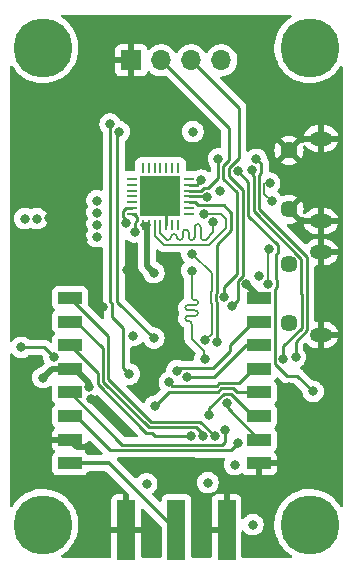
<source format=gbr>
%TF.GenerationSoftware,KiCad,Pcbnew,(6.0.2)*%
%TF.CreationDate,2022-06-15T17:14:16+10:00*%
%TF.ProjectId,RFM95_Serial_Converter_PCB,52464d39-355f-4536-9572-69616c5f436f,rev?*%
%TF.SameCoordinates,Original*%
%TF.FileFunction,Copper,L4,Bot*%
%TF.FilePolarity,Positive*%
%FSLAX46Y46*%
G04 Gerber Fmt 4.6, Leading zero omitted, Abs format (unit mm)*
G04 Created by KiCad (PCBNEW (6.0.2)) date 2022-06-15 17:14:16*
%MOMM*%
%LPD*%
G01*
G04 APERTURE LIST*
G04 Aperture macros list*
%AMRoundRect*
0 Rectangle with rounded corners*
0 $1 Rounding radius*
0 $2 $3 $4 $5 $6 $7 $8 $9 X,Y pos of 4 corners*
0 Add a 4 corners polygon primitive as box body*
4,1,4,$2,$3,$4,$5,$6,$7,$8,$9,$2,$3,0*
0 Add four circle primitives for the rounded corners*
1,1,$1+$1,$2,$3*
1,1,$1+$1,$4,$5*
1,1,$1+$1,$6,$7*
1,1,$1+$1,$8,$9*
0 Add four rect primitives between the rounded corners*
20,1,$1+$1,$2,$3,$4,$5,0*
20,1,$1+$1,$4,$5,$6,$7,0*
20,1,$1+$1,$6,$7,$8,$9,0*
20,1,$1+$1,$8,$9,$2,$3,0*%
G04 Aperture macros list end*
%TA.AperFunction,ComponentPad*%
%ADD10C,5.000000*%
%TD*%
%TA.AperFunction,ComponentPad*%
%ADD11R,1.700000X1.700000*%
%TD*%
%TA.AperFunction,ComponentPad*%
%ADD12O,1.700000X1.700000*%
%TD*%
%TA.AperFunction,ComponentPad*%
%ADD13O,1.900000X1.200000*%
%TD*%
%TA.AperFunction,ComponentPad*%
%ADD14C,1.450000*%
%TD*%
%TA.AperFunction,SMDPad,CuDef*%
%ADD15RoundRect,0.062500X0.062500X-0.337500X0.062500X0.337500X-0.062500X0.337500X-0.062500X-0.337500X0*%
%TD*%
%TA.AperFunction,SMDPad,CuDef*%
%ADD16RoundRect,0.062500X0.337500X-0.062500X0.337500X0.062500X-0.337500X0.062500X-0.337500X-0.062500X0*%
%TD*%
%TA.AperFunction,SMDPad,CuDef*%
%ADD17R,3.350000X3.350000*%
%TD*%
%TA.AperFunction,SMDPad,CuDef*%
%ADD18R,1.500000X5.080000*%
%TD*%
%TA.AperFunction,SMDPad,CuDef*%
%ADD19R,2.000000X1.000000*%
%TD*%
%TA.AperFunction,ViaPad*%
%ADD20C,0.800000*%
%TD*%
%TA.AperFunction,Conductor*%
%ADD21C,0.250000*%
%TD*%
%TA.AperFunction,Conductor*%
%ADD22C,0.200000*%
%TD*%
%TA.AperFunction,Conductor*%
%ADD23C,0.500000*%
%TD*%
%TA.AperFunction,Conductor*%
%ADD24C,0.349582*%
%TD*%
G04 APERTURE END LIST*
D10*
%TO.P,H3,1*%
%TO.N,N/C*%
X87630000Y-83820000D03*
%TD*%
D11*
%TO.P,J1,1,Pin_1*%
%TO.N,GND*%
X72517000Y-44507000D03*
D12*
%TO.P,J1,2,Pin_2*%
%TO.N,/Data_Interfaces/SWCLK*%
X75057000Y-44507000D03*
%TO.P,J1,3,Pin_3*%
%TO.N,/Data_Interfaces/SWDIO*%
X77597000Y-44507000D03*
%TO.P,J1,4,Pin_4*%
%TO.N,+3V3*%
X80137000Y-44507000D03*
%TD*%
D13*
%TO.P,J5,6,Shield*%
%TO.N,GND*%
X88569500Y-67762000D03*
D14*
X85869500Y-66762000D03*
D13*
X88569500Y-60762000D03*
D14*
X85869500Y-61762000D03*
%TD*%
D13*
%TO.P,J4,6,Shield*%
%TO.N,GND*%
X88569500Y-51126000D03*
D14*
X85869500Y-57126000D03*
D13*
X88569500Y-58126000D03*
D14*
X85869500Y-52126000D03*
%TD*%
D10*
%TO.P,H2,1*%
%TO.N,N/C*%
X87630000Y-43434000D03*
%TD*%
%TO.P,H4,1*%
%TO.N,N/C*%
X65024000Y-83820000D03*
%TD*%
%TO.P,H1,1*%
%TO.N,N/C*%
X65024000Y-43434000D03*
%TD*%
D15*
%TO.P,U5,1,~{DCD}*%
%TO.N,unconnected-(U5-Pad1)*%
X76480800Y-58482400D03*
%TO.P,U5,2,~{RI}/CLK*%
%TO.N,unconnected-(U5-Pad2)*%
X75980800Y-58482400D03*
%TO.P,U5,3,GND*%
%TO.N,GND*%
X75480800Y-58482400D03*
%TO.P,U5,4,D+*%
%TO.N,/Data_Interfaces/USB1_IN_D+*%
X74980800Y-58482400D03*
%TO.P,U5,5,D-*%
%TO.N,/Data_Interfaces/USB1_IN_D-*%
X74480800Y-58482400D03*
%TO.P,U5,6,VDD*%
%TO.N,+3V3*%
X73980800Y-58482400D03*
%TO.P,U5,7,VREGIN*%
X73480800Y-58482400D03*
D16*
%TO.P,U5,8,VBUS*%
%TO.N,+5V*%
X72530800Y-57532400D03*
%TO.P,U5,9,~{RST}*%
%TO.N,Net-(R1-Pad1)*%
X72530800Y-57032400D03*
%TO.P,U5,10,NC*%
%TO.N,unconnected-(U5-Pad10)*%
X72530800Y-56532400D03*
%TO.P,U5,11,~{SUSPEND}*%
%TO.N,unconnected-(U5-Pad11)*%
X72530800Y-56032400D03*
%TO.P,U5,12,SUSPEND*%
%TO.N,unconnected-(U5-Pad12)*%
X72530800Y-55532400D03*
%TO.P,U5,13,CHREN*%
%TO.N,unconnected-(U5-Pad13)*%
X72530800Y-55032400D03*
%TO.P,U5,14,CHR1*%
%TO.N,unconnected-(U5-Pad14)*%
X72530800Y-54532400D03*
D15*
%TO.P,U5,15,CHR0*%
%TO.N,unconnected-(U5-Pad15)*%
X73480800Y-53582400D03*
%TO.P,U5,16,~{WAKEUP}/GPIO.3*%
%TO.N,unconnected-(U5-Pad16)*%
X73980800Y-53582400D03*
%TO.P,U5,17,RS485/GPIO.2*%
%TO.N,unconnected-(U5-Pad17)*%
X74480800Y-53582400D03*
%TO.P,U5,18,~{RXT}/GPIO.1*%
%TO.N,unconnected-(U5-Pad18)*%
X74980800Y-53582400D03*
%TO.P,U5,19,~{TXT}/GPIO.0*%
%TO.N,unconnected-(U5-Pad19)*%
X75480800Y-53582400D03*
%TO.P,U5,20,GPIO.6*%
%TO.N,unconnected-(U5-Pad20)*%
X75980800Y-53582400D03*
%TO.P,U5,21,GPIO.5*%
%TO.N,unconnected-(U5-Pad21)*%
X76480800Y-53582400D03*
D16*
%TO.P,U5,22,GPIO.4*%
%TO.N,unconnected-(U5-Pad22)*%
X77430800Y-54532400D03*
%TO.P,U5,23,~{CTS}*%
%TO.N,/Data_Interfaces/RTS_RADIO*%
X77430800Y-55032400D03*
%TO.P,U5,24,~{RTS}*%
%TO.N,/Data_Interfaces/CTS_RADIO*%
X77430800Y-55532400D03*
%TO.P,U5,25,RXD*%
%TO.N,/Data_Interfaces/RX_RADIO*%
X77430800Y-56032400D03*
%TO.P,U5,26,TXD*%
%TO.N,/Data_Interfaces/TX_RADIO*%
X77430800Y-56532400D03*
%TO.P,U5,27,~{DSR}*%
%TO.N,unconnected-(U5-Pad27)*%
X77430800Y-57032400D03*
%TO.P,U5,28,~{DTR}*%
%TO.N,unconnected-(U5-Pad28)*%
X77430800Y-57532400D03*
D17*
%TO.P,U5,29,GND*%
%TO.N,GND*%
X74980800Y-56032400D03*
%TD*%
D18*
%TO.P,AE1,1,A*%
%TO.N,Net-(AE1-Pad1)*%
X76327000Y-84299500D03*
%TO.P,AE1,2,Shield*%
%TO.N,GND*%
X80577000Y-84299500D03*
X72077000Y-84299500D03*
%TD*%
D19*
%TO.P,U1,1,GND*%
%TO.N,GND*%
X83336400Y-64628000D03*
%TO.P,U1,2,MISO*%
%TO.N,/915MHz_Radio/SPI_MISO*%
X83336400Y-66628000D03*
%TO.P,U1,3,MOSI*%
%TO.N,/915MHz_Radio/SPI_MOSI*%
X83336400Y-68628000D03*
%TO.P,U1,4,SCK*%
%TO.N,/915MHz_Radio/SPI_CLK*%
X83336400Y-70628000D03*
%TO.P,U1,5,NSS*%
%TO.N,/915MHz_Radio/CS_RF*%
X83336400Y-72628000D03*
%TO.P,U1,6,RESET*%
%TO.N,/915MHz_Radio/RESET_RF*%
X83336400Y-74628000D03*
%TO.P,U1,7,DIO5*%
%TO.N,/915MHz_Radio/IO5_RF*%
X83336400Y-76628000D03*
%TO.P,U1,8,GND*%
%TO.N,GND*%
X83336400Y-78628000D03*
%TO.P,U1,9,ANT*%
%TO.N,Net-(AE1-Pad1)*%
X67336400Y-78628000D03*
%TO.P,U1,10,GND*%
%TO.N,GND*%
X67336400Y-76628000D03*
%TO.P,U1,11,DIO3*%
%TO.N,/915MHz_Radio/IO3_RF*%
X67336400Y-74628000D03*
%TO.P,U1,12,DIO4*%
%TO.N,/915MHz_Radio/IO4_RF*%
X67336400Y-72628000D03*
%TO.P,U1,13,3.3V*%
%TO.N,+3V3*%
X67336400Y-70628000D03*
%TO.P,U1,14,DIO0*%
%TO.N,/915MHz_Radio/IO0_RF*%
X67336400Y-68628000D03*
%TO.P,U1,15,DIO1*%
%TO.N,/915MHz_Radio/IO1_RF*%
X67336400Y-66628000D03*
%TO.P,U1,16,DIO2*%
%TO.N,/915MHz_Radio/IO2_RF*%
X67336400Y-64628000D03*
%TD*%
D20*
%TO.N,+5V*%
X72789888Y-59028091D03*
%TO.N,+3V3*%
X64516000Y-57912000D03*
X63500000Y-57912000D03*
X69596000Y-59436000D03*
X69596000Y-58420000D03*
X69596000Y-57404000D03*
X69596000Y-56388000D03*
%TO.N,GND*%
X76454000Y-64516000D03*
X75438000Y-64770000D03*
X74168000Y-64516000D03*
X72136000Y-62230000D03*
X62738000Y-62230000D03*
X85852000Y-72136000D03*
%TO.N,+3V3*%
X79998957Y-55567509D03*
X77724000Y-50546000D03*
%TO.N,GND*%
X74168000Y-55118000D03*
X72390000Y-61214000D03*
%TO.N,+3V3*%
X74422000Y-62484000D03*
%TO.N,GND*%
X70125671Y-65384025D03*
%TO.N,+3V3*%
X72644000Y-67818000D03*
X65026683Y-71382540D03*
%TO.N,GND*%
X68834000Y-77216000D03*
%TO.N,+3V3*%
X82804000Y-83820000D03*
%TO.N,GND*%
X82243000Y-63449200D03*
%TO.N,+3V3*%
X83312000Y-62809500D03*
X81280000Y-78740000D03*
X78994000Y-80264000D03*
X73812400Y-80365600D03*
%TO.N,GND*%
X69088000Y-73152000D03*
%TO.N,+3V3*%
X68935902Y-72136000D03*
%TO.N,GND*%
X65278000Y-67056000D03*
X62992000Y-65278000D03*
X63500000Y-72390000D03*
X63500000Y-73406000D03*
X63500000Y-74422000D03*
X63500000Y-75438000D03*
X63500000Y-76454000D03*
X63500000Y-77470000D03*
X63500000Y-78486000D03*
X85344000Y-80264000D03*
X84328000Y-80264000D03*
X83312000Y-80264000D03*
X86614000Y-80264000D03*
X89662000Y-78232000D03*
X89662000Y-77216000D03*
X89749361Y-76215425D03*
X83058000Y-85090000D03*
X83058000Y-86106000D03*
X84074000Y-86106000D03*
X84074000Y-85090000D03*
X84074000Y-84074000D03*
X84074000Y-83058000D03*
X84074000Y-82042000D03*
X73914000Y-85344000D03*
X78486000Y-86106000D03*
X78486000Y-85090000D03*
X78486000Y-84074000D03*
X78486000Y-83058000D03*
X78486000Y-82042000D03*
X70104000Y-85344000D03*
X70104000Y-82296000D03*
X70104000Y-83312000D03*
X70104000Y-84328000D03*
X73914000Y-84328000D03*
X89749500Y-75199425D03*
X89749500Y-74168000D03*
X89749500Y-73166636D03*
X89749500Y-72151425D03*
%TO.N,/Data_Interfaces/SWCLK*%
X80365600Y-64566800D03*
%TO.N,Net-(R1-Pad1)*%
X72065388Y-58293049D03*
%TO.N,/Data_Interfaces/TX_RADIO*%
X79728469Y-68326000D03*
%TO.N,/Data_Interfaces/RX_RADIO*%
X78934534Y-56069900D03*
X81510143Y-53910117D03*
X87900605Y-72543476D03*
%TO.N,/Data_Interfaces/CTS_RADIO*%
X83108800Y-52883502D03*
X79884427Y-52847373D03*
X86414258Y-69634157D03*
%TO.N,/Data_Interfaces/RTS_RADIO*%
X78430670Y-54650142D03*
X82718159Y-53803504D03*
X85385411Y-69810096D03*
%TO.N,/Data_Interfaces/SWDIO*%
X81029966Y-65313542D03*
%TO.N,Net-(R2-Pad2)*%
X74422000Y-68021200D03*
X71475600Y-50546000D03*
%TO.N,Net-(C7-Pad2)*%
X72339200Y-71069200D03*
X70713600Y-49885600D03*
%TO.N,/STM32F405/OSC_IN*%
X63188948Y-68811277D03*
X65957127Y-69628964D03*
%TO.N,/915MHz_Radio/IO5_RF*%
X80643984Y-73558410D03*
%TO.N,/915MHz_Radio/IO3_RF*%
X81529701Y-76915499D03*
%TO.N,/915MHz_Radio/IO4_RF*%
X80413184Y-75806900D03*
%TO.N,/915MHz_Radio/IO2_RF*%
X79563357Y-76333017D03*
%TO.N,/915MHz_Radio/IO1_RF*%
X78551985Y-76346243D03*
%TO.N,/915MHz_Radio/IO0_RF*%
X77553637Y-76298208D03*
%TO.N,/915MHz_Radio/RESET_RF*%
X79075228Y-74533135D03*
%TO.N,/915MHz_Radio/SPI_MOSI*%
X77216000Y-71323200D03*
%TO.N,/915MHz_Radio/SPI_MISO*%
X76384364Y-70768776D03*
%TO.N,/915MHz_Radio/SPI_CLK*%
X75729500Y-71780400D03*
%TO.N,/915MHz_Radio/CS_RF*%
X74500869Y-73781071D03*
%TO.N,/STM32F405/USB2_IN-*%
X78734957Y-68216733D03*
%TO.N,/STM32F405/USB2_IN+*%
X78728300Y-69836700D03*
%TO.N,/Data_Interfaces/USB1_IN_D-*%
X78644395Y-57525931D03*
%TO.N,/Data_Interfaces/USB1_IN_D+*%
X79468836Y-58223874D03*
%TO.N,/Data_Interfaces/USB1_D+*%
X84224138Y-54899238D03*
X84382160Y-56433562D03*
%TO.N,/STM32F405/USB2_IN-*%
X77634094Y-60868500D03*
%TO.N,/STM32F405/USB2_IN+*%
X77614937Y-62334738D03*
%TO.N,/Data_Interfaces/USB2_D-*%
X84187589Y-60474631D03*
X84101419Y-63422544D03*
%TO.N,GND*%
X66531066Y-56862134D03*
X67462400Y-57818867D03*
X67479332Y-55905401D03*
X65582800Y-55910104D03*
X67462400Y-58775600D03*
X68427600Y-57835799D03*
X65582800Y-60689068D03*
X68427600Y-55922333D03*
X68427600Y-59749265D03*
X68427600Y-54954312D03*
X67462400Y-59732333D03*
X66531066Y-55905401D03*
X67462400Y-56862134D03*
X66531066Y-57818867D03*
X65582800Y-58777480D03*
X68427600Y-58792532D03*
X67479332Y-60689068D03*
X66531066Y-58775600D03*
X65582800Y-56865896D03*
X66531066Y-60689068D03*
X67479332Y-54954312D03*
X65582800Y-54954312D03*
X68427600Y-56879066D03*
X65582800Y-57821688D03*
X66531066Y-59732333D03*
X66531066Y-54954312D03*
X65582800Y-59733272D03*
%TD*%
D21*
%TO.N,+5V*%
X72789888Y-58274112D02*
X72789888Y-59028091D01*
X72898000Y-58166000D02*
X72789888Y-58274112D01*
%TO.N,Net-(R2-Pad2)*%
X71340887Y-64940087D02*
X74422000Y-68021200D01*
X71340887Y-50680713D02*
X71340887Y-64940087D01*
%TO.N,Net-(R1-Pad1)*%
X72065388Y-58014316D02*
X72065388Y-58293049D01*
X71806280Y-57755208D02*
X72065388Y-58014316D01*
X72050400Y-57032400D02*
X71806280Y-57276520D01*
X72530800Y-57032400D02*
X72050400Y-57032400D01*
%TO.N,+5V*%
X72772400Y-57532400D02*
X72981289Y-57741289D01*
%TO.N,Net-(R2-Pad2)*%
X71475600Y-50546000D02*
X71340887Y-50680713D01*
%TO.N,+5V*%
X72981289Y-57741289D02*
X72981289Y-58082711D01*
X72530800Y-57532400D02*
X72772400Y-57532400D01*
%TO.N,Net-(R1-Pad1)*%
X71806280Y-57276520D02*
X71806280Y-57755208D01*
%TO.N,/Data_Interfaces/RX_RADIO*%
X84660911Y-70182911D02*
X85699600Y-71221600D01*
X84761001Y-63057526D02*
X84825920Y-63122445D01*
X84761001Y-60933399D02*
X84761001Y-63057526D01*
X84912090Y-60782310D02*
X84761001Y-60933399D01*
X84825920Y-63122445D02*
X84825920Y-63722643D01*
X82397600Y-57660042D02*
X84912090Y-60174532D01*
X85699600Y-71221600D02*
X86578729Y-71221600D01*
%TO.N,/Data_Interfaces/CTS_RADIO*%
X86414258Y-68337180D02*
X86414258Y-69634157D01*
X87376000Y-67375438D02*
X86414258Y-68337180D01*
X87376000Y-61148562D02*
X87376000Y-67375438D01*
%TO.N,/Data_Interfaces/RX_RADIO*%
X84825920Y-63722643D02*
X84660911Y-63887652D01*
%TO.N,/Data_Interfaces/CTS_RADIO*%
X83362800Y-57135362D02*
X87376000Y-61148562D01*
X83362800Y-54183463D02*
X83362800Y-57135362D01*
%TO.N,/Data_Interfaces/RX_RADIO*%
X82397600Y-54797574D02*
X82397600Y-57660042D01*
%TO.N,/Data_Interfaces/CTS_RADIO*%
X83525970Y-54020293D02*
X83362800Y-54183463D01*
%TO.N,/Data_Interfaces/RX_RADIO*%
X86578729Y-71221600D02*
X87900605Y-72543476D01*
%TO.N,/Data_Interfaces/CTS_RADIO*%
X83525970Y-53272910D02*
X83525970Y-54020293D01*
%TO.N,/Data_Interfaces/RX_RADIO*%
X84660911Y-63887652D02*
X84660911Y-70182911D01*
%TO.N,/Data_Interfaces/CTS_RADIO*%
X83515200Y-53262140D02*
X83525970Y-53272910D01*
X83515200Y-53238400D02*
X83515200Y-53262140D01*
%TO.N,/Data_Interfaces/RX_RADIO*%
X81510143Y-53910117D02*
X82397600Y-54797574D01*
%TO.N,/Data_Interfaces/CTS_RADIO*%
X83108800Y-52832000D02*
X83515200Y-53238400D01*
%TO.N,/Data_Interfaces/RX_RADIO*%
X84912090Y-60174532D02*
X84912090Y-60782310D01*
%TO.N,/Data_Interfaces/SWCLK*%
X80772000Y-52984400D02*
X80314800Y-53441600D01*
X75057000Y-44507000D02*
X80772000Y-50222000D01*
X81432400Y-62599496D02*
X80365600Y-63666296D01*
X80772000Y-50222000D02*
X80772000Y-52984400D01*
X80314800Y-53441600D02*
X80314800Y-54559200D01*
X80365600Y-63666296D02*
X80365600Y-64566800D01*
X80314800Y-54559200D02*
X81432400Y-55676800D01*
X81432400Y-55676800D02*
X81432400Y-62599496D01*
%TO.N,/Data_Interfaces/SWDIO*%
X77597000Y-44507000D02*
X81627911Y-48537911D01*
X80764311Y-54293223D02*
X81932710Y-55461622D01*
X81627911Y-48537911D02*
X81627911Y-52764193D01*
X81627911Y-52764193D02*
X80764311Y-53627793D01*
%TO.N,/Data_Interfaces/CTS_RADIO*%
X79865290Y-53255406D02*
X79884427Y-53236269D01*
%TO.N,/Data_Interfaces/SWDIO*%
X80764311Y-53627793D02*
X80764311Y-54293223D01*
X81932710Y-55461622D02*
X81932710Y-62734890D01*
X81932710Y-62734890D02*
X81518499Y-63149101D01*
X81518499Y-63149101D02*
X81518499Y-64825009D01*
X81518499Y-64825009D02*
X81029966Y-65313542D01*
%TO.N,/Data_Interfaces/CTS_RADIO*%
X78634435Y-55345399D02*
X79020601Y-55345399D01*
X79020601Y-55345399D02*
X79865289Y-54500711D01*
X77430800Y-55532400D02*
X78447434Y-55532400D01*
X78447434Y-55532400D02*
X78634435Y-55345399D01*
X79865289Y-54500711D02*
X79865290Y-53255406D01*
X79884427Y-53236269D02*
X79884427Y-52847373D01*
D22*
%TO.N,/Data_Interfaces/USB1_D+*%
X83835562Y-54899238D02*
X84224138Y-54899238D01*
X83787311Y-54947489D02*
X83835562Y-54899238D01*
X84382160Y-56433562D02*
X83787311Y-55838713D01*
X83787311Y-55838713D02*
X83787311Y-54947489D01*
D21*
%TO.N,GND*%
X75480800Y-56532400D02*
X74980800Y-56032400D01*
X75480800Y-58482400D02*
X75480800Y-56532400D01*
D23*
%TO.N,+3V3*%
X73851600Y-61913600D02*
X73851600Y-58482400D01*
X74422000Y-62484000D02*
X73851600Y-61913600D01*
X73480800Y-58482400D02*
X73851600Y-58482400D01*
X73851600Y-58482400D02*
X73906280Y-58482400D01*
D21*
%TO.N,Net-(C7-Pad2)*%
X71797406Y-67149910D02*
X71797406Y-70527406D01*
X70850172Y-66202676D02*
X71797406Y-67149910D01*
X70850172Y-65083926D02*
X70850172Y-66202676D01*
X70713600Y-64947354D02*
X70850172Y-65083926D01*
X70713600Y-49885600D02*
X70713600Y-64947354D01*
X71797406Y-70527406D02*
X72339200Y-71069200D01*
D23*
%TO.N,+3V3*%
X65781223Y-70628000D02*
X65026683Y-71382540D01*
X67336400Y-70628000D02*
X65781223Y-70628000D01*
%TO.N,GND*%
X67924400Y-77216000D02*
X67336400Y-76628000D01*
X68834000Y-77216000D02*
X67924400Y-77216000D01*
X83336400Y-64542600D02*
X82243000Y-63449200D01*
X83336400Y-64628000D02*
X83336400Y-64542600D01*
D22*
%TO.N,/Data_Interfaces/USB2_D-*%
X84101419Y-60560801D02*
X84187589Y-60474631D01*
X84101419Y-63422544D02*
X84101419Y-60560801D01*
D21*
%TO.N,/Data_Interfaces/RTS_RADIO*%
X82847111Y-54271407D02*
X82897910Y-54322206D01*
X82718159Y-53803504D02*
X82847111Y-53932456D01*
X82847111Y-53932456D02*
X82847111Y-54271407D01*
X82897910Y-54322206D02*
X82897910Y-57306176D01*
X82897910Y-57306176D02*
X86919011Y-61327277D01*
X86919011Y-61327277D02*
X86919011Y-64295745D01*
X86919011Y-64295745D02*
X86926489Y-64303223D01*
X86926489Y-64303223D02*
X86926489Y-67189245D01*
X86926489Y-67189245D02*
X85385411Y-68730323D01*
X85385411Y-68730323D02*
X85385411Y-69810096D01*
D23*
%TO.N,+3V3*%
X67735422Y-70628000D02*
X67336400Y-70628000D01*
X68935902Y-71828480D02*
X67735422Y-70628000D01*
X68935902Y-72136000D02*
X68935902Y-71828480D01*
D21*
%TO.N,/915MHz_Radio/IO2_RF*%
X78352318Y-75121978D02*
X79563357Y-76333017D01*
X70559427Y-71524627D02*
X74156778Y-75121978D01*
X70559427Y-67851027D02*
X70559427Y-71524627D01*
X67336400Y-64628000D02*
X70559427Y-67851027D01*
%TO.N,/915MHz_Radio/IO1_RF*%
X78551985Y-76150505D02*
X78551985Y-76346243D01*
X77975188Y-75573708D02*
X78551985Y-76150505D01*
X73972804Y-75573708D02*
X77975188Y-75573708D01*
X70109913Y-71710817D02*
X73972804Y-75573708D01*
X67836400Y-66628000D02*
X70109913Y-68901513D01*
X67336400Y-66628000D02*
X67836400Y-66628000D01*
%TO.N,/915MHz_Radio/IO0_RF*%
X77501058Y-76350787D02*
X77553637Y-76298208D01*
X74228117Y-76032221D02*
X74546683Y-76350787D01*
X69660403Y-71897011D02*
X73795614Y-76032222D01*
X67336400Y-68628000D02*
X69660403Y-70952003D01*
%TO.N,/915MHz_Radio/IO1_RF*%
X70109913Y-68901513D02*
X70109913Y-71710817D01*
%TO.N,/915MHz_Radio/IO0_RF*%
X69660403Y-70952003D02*
X69660403Y-71897011D01*
%TO.N,/915MHz_Radio/IO2_RF*%
X74156778Y-75121978D02*
X78352318Y-75121978D01*
%TO.N,/915MHz_Radio/IO0_RF*%
X73795614Y-76032222D02*
X74228117Y-76032221D01*
X74546683Y-76350787D02*
X77501058Y-76350787D01*
%TO.N,/STM32F405/OSC_IN*%
X65139440Y-68811277D02*
X63188948Y-68811277D01*
X65957127Y-69628964D02*
X65139440Y-68811277D01*
D22*
%TO.N,/Data_Interfaces/USB1_IN_D+*%
X74955801Y-58507399D02*
X74980800Y-58482400D01*
X74955801Y-59168995D02*
X74955801Y-58507399D01*
X75505806Y-59719000D02*
X74955801Y-59168995D01*
X75619400Y-59719000D02*
X75505806Y-59719000D01*
X76619400Y-59719000D02*
X76616142Y-59719000D01*
X76869400Y-59072258D02*
X76869400Y-59469000D01*
X77869400Y-58622258D02*
X77869400Y-59469000D01*
X78369400Y-59469000D02*
X78369400Y-58622258D01*
X78812600Y-59719000D02*
X78619400Y-59719000D01*
X79468836Y-58223874D02*
X79468836Y-59062764D01*
X75867771Y-59470629D02*
G75*
G02*
X76116142Y-59222258I248370J1D01*
G01*
X75619400Y-59719000D02*
G75*
G03*
X75867771Y-59470629I1J248370D01*
G01*
X76119400Y-59222258D02*
X76116142Y-59222258D01*
X76119400Y-59222258D02*
G75*
G02*
X76367771Y-59470629I1J-248370D01*
G01*
X76367771Y-59470629D02*
G75*
G03*
X76616142Y-59719000I248370J-1D01*
G01*
X76869400Y-59072258D02*
G75*
G02*
X77119400Y-58822258I249999J1D01*
G01*
X77119400Y-58822258D02*
G75*
G02*
X77369400Y-59072258I1J-249999D01*
G01*
X77369400Y-59469000D02*
G75*
G03*
X77619400Y-59719000I249999J-1D01*
G01*
X77869400Y-58622258D02*
G75*
G02*
X78119400Y-58372258I249999J1D01*
G01*
X78119400Y-58372258D02*
G75*
G02*
X78369400Y-58622258I1J-249999D01*
G01*
X76619400Y-59719000D02*
G75*
G03*
X76869400Y-59469000I1J249999D01*
G01*
X78369400Y-59469000D02*
G75*
G03*
X78619400Y-59719000I249999J-1D01*
G01*
X77369400Y-59469000D02*
X77369400Y-59072258D01*
X77619400Y-59719000D02*
G75*
G03*
X77869400Y-59469000I1J249999D01*
G01*
X79468836Y-59062764D02*
X78812600Y-59719000D01*
%TO.N,/Data_Interfaces/USB1_IN_D-*%
X74480800Y-58482400D02*
X74505799Y-58507399D01*
X74505799Y-59355393D02*
X75319406Y-60169000D01*
X74505799Y-58507399D02*
X74505799Y-59355393D01*
X75319406Y-60169000D02*
X79083050Y-60169000D01*
X79083050Y-60169000D02*
X80558378Y-58693672D01*
X80558378Y-58693672D02*
X80558378Y-57969232D01*
X80558378Y-57969232D02*
X80115077Y-57525931D01*
X80115077Y-57525931D02*
X79760138Y-57525931D01*
X79760138Y-57525931D02*
X79758580Y-57524373D01*
D21*
%TO.N,/Data_Interfaces/TX_RADIO*%
X80982889Y-57437793D02*
X80339496Y-56794400D01*
D22*
%TO.N,/Data_Interfaces/USB1_IN_D-*%
X79758580Y-57524373D02*
X79179092Y-57524373D01*
D21*
%TO.N,/Data_Interfaces/TX_RADIO*%
X79641099Y-64266701D02*
X79728469Y-64179331D01*
D22*
%TO.N,/Data_Interfaces/USB1_IN_D-*%
X79179092Y-57524373D02*
X79177534Y-57525931D01*
X79177534Y-57525931D02*
X78644395Y-57525931D01*
D21*
%TO.N,/Data_Interfaces/TX_RADIO*%
X79728469Y-68326000D02*
X79728469Y-64954269D01*
X79728469Y-64954269D02*
X79641099Y-64866899D01*
X78140128Y-56794400D02*
X77878128Y-56532400D01*
X79641099Y-64866899D02*
X79641099Y-64266701D01*
X79728469Y-64179331D02*
X79728469Y-60123931D01*
X79728469Y-60123931D02*
X80982889Y-58869511D01*
X80982889Y-58869511D02*
X80982889Y-57437793D01*
X80339496Y-56794400D02*
X78140128Y-56794400D01*
X77878128Y-56532400D02*
X77430800Y-56532400D01*
D22*
%TO.N,/STM32F405/USB2_IN+*%
X77614937Y-62761137D02*
X77614937Y-62334738D01*
X77614937Y-64559463D02*
X77614937Y-62761137D01*
X77299953Y-65234463D02*
X77614937Y-65234463D01*
X77614937Y-65684463D02*
X77299953Y-65684463D01*
X77929921Y-65684463D02*
X77614937Y-65684463D01*
X77389937Y-66134463D02*
X77929921Y-66134463D01*
X77389937Y-66584463D02*
X77299953Y-66584463D01*
X77614937Y-68079923D02*
X77614937Y-66809463D01*
X78035456Y-68500442D02*
X77614937Y-68079923D01*
X77614937Y-65234463D02*
X77929921Y-65234463D01*
X78667400Y-69138421D02*
X78035456Y-68506477D01*
X78667400Y-69775800D02*
X78667400Y-69138421D01*
X78728300Y-69836700D02*
X78667400Y-69775800D01*
X77614937Y-64559463D02*
G75*
G03*
X77839937Y-64784463I225000J0D01*
G01*
X78154921Y-65009463D02*
G75*
G02*
X77929921Y-65234463I-225000J0D01*
G01*
X77929921Y-65684463D02*
G75*
G02*
X78154921Y-65909463I0J-225000D01*
G01*
X77929921Y-64784463D02*
G75*
G02*
X78154921Y-65009463I0J-225000D01*
G01*
X77299953Y-65234463D02*
G75*
G03*
X77074953Y-65459463I0J-225000D01*
G01*
X78154921Y-65909463D02*
G75*
G02*
X77929921Y-66134463I-225000J0D01*
G01*
X78035456Y-68506477D02*
X78035456Y-68500442D01*
X77074953Y-66359463D02*
G75*
G03*
X77299953Y-66584463I225000J0D01*
G01*
X77299953Y-66134463D02*
X77389937Y-66134463D01*
X77299953Y-66134463D02*
G75*
G03*
X77074953Y-66359463I0J-225000D01*
G01*
X77389937Y-66584463D02*
G75*
G02*
X77614937Y-66809463I0J-225000D01*
G01*
X77929921Y-64784463D02*
X77839937Y-64784463D01*
X77074953Y-65459463D02*
G75*
G03*
X77299953Y-65684463I225000J0D01*
G01*
%TO.N,/STM32F405/USB2_IN-*%
X79303958Y-67647732D02*
X78734957Y-68216733D01*
X79303958Y-65130108D02*
X79303958Y-67647732D01*
X79216588Y-65042738D02*
X79303958Y-65130108D01*
X79216588Y-64090863D02*
X79216588Y-65042738D01*
X79303958Y-64003493D02*
X79216588Y-64090863D01*
X79303958Y-62538364D02*
X79303958Y-64003493D01*
X77634094Y-60868500D02*
X79303958Y-62538364D01*
D24*
%TO.N,Net-(AE1-Pad1)*%
X70655500Y-78628000D02*
X67336400Y-78628000D01*
X76327000Y-84299500D02*
X70655500Y-78628000D01*
D21*
%TO.N,/Data_Interfaces/RTS_RADIO*%
X78048412Y-55032400D02*
X78430670Y-54650142D01*
X77430800Y-55032400D02*
X78048412Y-55032400D01*
%TO.N,/Data_Interfaces/RX_RADIO*%
X78897034Y-56032400D02*
X78934534Y-56069900D01*
X77430800Y-56032400D02*
X78897034Y-56032400D01*
%TO.N,/915MHz_Radio/IO5_RF*%
X80643994Y-73558400D02*
X80643984Y-73558410D01*
X80670400Y-73558400D02*
X80643994Y-73558400D01*
%TO.N,/915MHz_Radio/RESET_RF*%
X79075228Y-73976572D02*
X79075228Y-74533135D01*
X80319501Y-72732299D02*
X79075228Y-73976572D01*
X80919699Y-72732299D02*
X80319501Y-72732299D01*
X82815400Y-74628000D02*
X80919699Y-72732299D01*
X83336400Y-74628000D02*
X82815400Y-74628000D01*
%TO.N,/915MHz_Radio/SPI_CLK*%
X79732691Y-72047701D02*
X75996801Y-72047701D01*
X79947113Y-71833279D02*
X79732691Y-72047701D01*
X81292084Y-71833277D02*
X79947113Y-71833279D01*
X81631123Y-71833277D02*
X81292084Y-71833277D01*
X82836400Y-70628000D02*
X81631123Y-71833277D01*
X83336400Y-70628000D02*
X82836400Y-70628000D01*
%TO.N,/915MHz_Radio/CS_RF*%
X75724161Y-72557779D02*
X74500869Y-73781071D01*
X80133307Y-72282789D02*
X79858317Y-72557779D01*
X81105893Y-72282789D02*
X80133307Y-72282789D01*
X81451104Y-72628000D02*
X81105893Y-72282789D01*
X83336400Y-72628000D02*
X81451104Y-72628000D01*
%TO.N,/915MHz_Radio/IO5_RF*%
X80670400Y-73962000D02*
X80670400Y-73558400D01*
X83336400Y-76628000D02*
X80670400Y-73962000D01*
%TO.N,/915MHz_Radio/IO3_RF*%
X78042248Y-77496810D02*
X78065693Y-77520255D01*
X70705210Y-77496810D02*
X78042248Y-77496810D01*
X67836400Y-74628000D02*
X70705210Y-77496810D01*
X67336400Y-74628000D02*
X67836400Y-74628000D01*
%TO.N,/915MHz_Radio/IO4_RF*%
X80413184Y-76853784D02*
X80413184Y-75806900D01*
X80196224Y-77070744D02*
X80413184Y-76853784D01*
X67336400Y-72628000D02*
X71755700Y-77047300D01*
X71755700Y-77047300D02*
X78228442Y-77047300D01*
%TO.N,/915MHz_Radio/SPI_CLK*%
X75996801Y-72047701D02*
X75729500Y-71780400D01*
%TO.N,/915MHz_Radio/IO3_RF*%
X78065693Y-77520255D02*
X80924945Y-77520255D01*
%TO.N,/915MHz_Radio/IO4_RF*%
X78228442Y-77047300D02*
X78251886Y-77070744D01*
X78251886Y-77070744D02*
X80196224Y-77070744D01*
%TO.N,/915MHz_Radio/IO3_RF*%
X80924945Y-77520255D02*
X81529701Y-76915499D01*
%TO.N,/915MHz_Radio/CS_RF*%
X79858317Y-72557779D02*
X75724161Y-72557779D01*
%TO.N,/915MHz_Radio/SPI_MOSI*%
X82197200Y-68628000D02*
X83336400Y-68628000D01*
X79502000Y-71323200D02*
X82197200Y-68628000D01*
X77216000Y-71323200D02*
X79502000Y-71323200D01*
%TO.N,/915MHz_Radio/SPI_MISO*%
X76591940Y-70561200D02*
X76384364Y-70768776D01*
X80873600Y-68590800D02*
X80873600Y-69138800D01*
X82836400Y-66628000D02*
X80873600Y-68590800D01*
X80873600Y-69138800D02*
X79451200Y-70561200D01*
X83336400Y-66628000D02*
X82836400Y-66628000D01*
X79451200Y-70561200D02*
X76591940Y-70561200D01*
%TD*%
%TA.AperFunction,Conductor*%
%TO.N,GND*%
G36*
X62438512Y-69336933D02*
G01*
X62449344Y-69348729D01*
X62449908Y-69348221D01*
X62577695Y-69490143D01*
X62635248Y-69531958D01*
X62719279Y-69593010D01*
X62732196Y-69602395D01*
X62738224Y-69605079D01*
X62738226Y-69605080D01*
X62900627Y-69677385D01*
X62906660Y-69680071D01*
X63000061Y-69699924D01*
X63087004Y-69718405D01*
X63087009Y-69718405D01*
X63093461Y-69719777D01*
X63284435Y-69719777D01*
X63290887Y-69718405D01*
X63290892Y-69718405D01*
X63377835Y-69699924D01*
X63471236Y-69680071D01*
X63477269Y-69677385D01*
X63639670Y-69605080D01*
X63639672Y-69605079D01*
X63645700Y-69602395D01*
X63658618Y-69593010D01*
X63778619Y-69505823D01*
X63800201Y-69490143D01*
X63804616Y-69485240D01*
X63809528Y-69480817D01*
X63810653Y-69482066D01*
X63863962Y-69449226D01*
X63897148Y-69444777D01*
X64824846Y-69444777D01*
X64892967Y-69464779D01*
X64913941Y-69481682D01*
X65010005Y-69577746D01*
X65044031Y-69640058D01*
X65046219Y-69653667D01*
X65063585Y-69818892D01*
X65122600Y-70000520D01*
X65152378Y-70052097D01*
X65169115Y-70121088D01*
X65145895Y-70188180D01*
X65132353Y-70204189D01*
X64870352Y-70466190D01*
X64807455Y-70500341D01*
X64750859Y-70512371D01*
X64750850Y-70512374D01*
X64744395Y-70513746D01*
X64738365Y-70516431D01*
X64738364Y-70516431D01*
X64575961Y-70588737D01*
X64575959Y-70588738D01*
X64569931Y-70591422D01*
X64415430Y-70703674D01*
X64411009Y-70708584D01*
X64411008Y-70708585D01*
X64307897Y-70823102D01*
X64287643Y-70845596D01*
X64192156Y-71010984D01*
X64133141Y-71192612D01*
X64113179Y-71382540D01*
X64133141Y-71572468D01*
X64192156Y-71754096D01*
X64195459Y-71759818D01*
X64195460Y-71759819D01*
X64207343Y-71780400D01*
X64287643Y-71919484D01*
X64292061Y-71924391D01*
X64292062Y-71924392D01*
X64409520Y-72054842D01*
X64415430Y-72061406D01*
X64569931Y-72173658D01*
X64575959Y-72176342D01*
X64575961Y-72176343D01*
X64602076Y-72187970D01*
X64744395Y-72251334D01*
X64837796Y-72271187D01*
X64924739Y-72289668D01*
X64924744Y-72289668D01*
X64931196Y-72291040D01*
X65122170Y-72291040D01*
X65128622Y-72289668D01*
X65128627Y-72289668D01*
X65215570Y-72271187D01*
X65308971Y-72251334D01*
X65451290Y-72187970D01*
X65477405Y-72176343D01*
X65477407Y-72176342D01*
X65483435Y-72173658D01*
X65627839Y-72068742D01*
X65694707Y-72044884D01*
X65763858Y-72060964D01*
X65813338Y-72111878D01*
X65827900Y-72170678D01*
X65827900Y-73176134D01*
X65834655Y-73238316D01*
X65885785Y-73374705D01*
X65973139Y-73491261D01*
X66021060Y-73527176D01*
X66063573Y-73584033D01*
X66068599Y-73654851D01*
X66034539Y-73717145D01*
X66021070Y-73728817D01*
X65973139Y-73764739D01*
X65885785Y-73881295D01*
X65834655Y-74017684D01*
X65827900Y-74079866D01*
X65827900Y-75176134D01*
X65834655Y-75238316D01*
X65885785Y-75374705D01*
X65973139Y-75491261D01*
X65980319Y-75496642D01*
X66021474Y-75527486D01*
X66063989Y-75584345D01*
X66069015Y-75655164D01*
X66034955Y-75717457D01*
X66021475Y-75729138D01*
X65980674Y-75759717D01*
X65968115Y-75772276D01*
X65891614Y-75874351D01*
X65883076Y-75889946D01*
X65837922Y-76010394D01*
X65834295Y-76025649D01*
X65828769Y-76076514D01*
X65828400Y-76083328D01*
X65828400Y-76355885D01*
X65832875Y-76371124D01*
X65834265Y-76372329D01*
X65841948Y-76374000D01*
X67464400Y-76374000D01*
X67532521Y-76394002D01*
X67579014Y-76447658D01*
X67590400Y-76500000D01*
X67590400Y-76756000D01*
X67570398Y-76824121D01*
X67516742Y-76870614D01*
X67464400Y-76882000D01*
X65846516Y-76882000D01*
X65831277Y-76886475D01*
X65830072Y-76887865D01*
X65828401Y-76895548D01*
X65828401Y-77172669D01*
X65828771Y-77179490D01*
X65834295Y-77230352D01*
X65837921Y-77245604D01*
X65883076Y-77366054D01*
X65891614Y-77381649D01*
X65968115Y-77483724D01*
X65980674Y-77496283D01*
X66021475Y-77526862D01*
X66063989Y-77583722D01*
X66069014Y-77654540D01*
X66034954Y-77716834D01*
X66021475Y-77728513D01*
X65973139Y-77764739D01*
X65885785Y-77881295D01*
X65834655Y-78017684D01*
X65827900Y-78079866D01*
X65827900Y-79176134D01*
X65834655Y-79238316D01*
X65885785Y-79374705D01*
X65973139Y-79491261D01*
X66089695Y-79578615D01*
X66226084Y-79629745D01*
X66288266Y-79636500D01*
X68384534Y-79636500D01*
X68446716Y-79629745D01*
X68583105Y-79578615D01*
X68699661Y-79491261D01*
X68769638Y-79397891D01*
X68781629Y-79381892D01*
X68781630Y-79381890D01*
X68787015Y-79374705D01*
X68787318Y-79373896D01*
X68834686Y-79326636D01*
X68894947Y-79311291D01*
X70320282Y-79311291D01*
X70388403Y-79331293D01*
X70409377Y-79348196D01*
X72294095Y-81232914D01*
X72328121Y-81295226D01*
X72331000Y-81322009D01*
X72331000Y-84027385D01*
X72335475Y-84042624D01*
X72336865Y-84043829D01*
X72344548Y-84045500D01*
X73316884Y-84045500D01*
X73332123Y-84041025D01*
X73333328Y-84039635D01*
X73334999Y-84031952D01*
X73334999Y-82578008D01*
X73355001Y-82509887D01*
X73408657Y-82463394D01*
X73478931Y-82453290D01*
X73543511Y-82482784D01*
X73550094Y-82488913D01*
X75031595Y-83970414D01*
X75065621Y-84032726D01*
X75068500Y-84059509D01*
X75068500Y-86488000D01*
X75048498Y-86556121D01*
X74994842Y-86602614D01*
X74942500Y-86614000D01*
X73461000Y-86614000D01*
X73392879Y-86593998D01*
X73346386Y-86540342D01*
X73335000Y-86488000D01*
X73335000Y-84571615D01*
X73330525Y-84556376D01*
X73329135Y-84555171D01*
X73321452Y-84553500D01*
X70837116Y-84553500D01*
X70821877Y-84557975D01*
X70820672Y-84559365D01*
X70819001Y-84567048D01*
X70819001Y-86488000D01*
X70798999Y-86556121D01*
X70745343Y-86602614D01*
X70693001Y-86614000D01*
X66671209Y-86614000D01*
X66603088Y-86593998D01*
X66556595Y-86540342D01*
X66546491Y-86470068D01*
X66575985Y-86405488D01*
X66607639Y-86379212D01*
X66688560Y-86331926D01*
X66688562Y-86331925D01*
X66691700Y-86330091D01*
X66694609Y-86327907D01*
X66966244Y-86123958D01*
X66966248Y-86123955D01*
X66969151Y-86121775D01*
X67220819Y-85882950D01*
X67443370Y-85616783D01*
X67633853Y-85326799D01*
X67762446Y-85071121D01*
X67788117Y-85020080D01*
X67788120Y-85020072D01*
X67789744Y-85016844D01*
X67888222Y-84747741D01*
X67907729Y-84694437D01*
X67907730Y-84694433D01*
X67908977Y-84691026D01*
X67909822Y-84687504D01*
X67909825Y-84687496D01*
X67989124Y-84357191D01*
X67989125Y-84357187D01*
X67989971Y-84353662D01*
X68009588Y-84191556D01*
X68029455Y-84027385D01*
X70819000Y-84027385D01*
X70823475Y-84042624D01*
X70824865Y-84043829D01*
X70832548Y-84045500D01*
X71804885Y-84045500D01*
X71820124Y-84041025D01*
X71821329Y-84039635D01*
X71823000Y-84031952D01*
X71823000Y-81269616D01*
X71818525Y-81254377D01*
X71817135Y-81253172D01*
X71809452Y-81251501D01*
X71282331Y-81251501D01*
X71275510Y-81251871D01*
X71224648Y-81257395D01*
X71209396Y-81261021D01*
X71088946Y-81306176D01*
X71073351Y-81314714D01*
X70971276Y-81391215D01*
X70958715Y-81403776D01*
X70882214Y-81505851D01*
X70873676Y-81521446D01*
X70828522Y-81641894D01*
X70824895Y-81657149D01*
X70819369Y-81708014D01*
X70819000Y-81714828D01*
X70819000Y-84027385D01*
X68029455Y-84027385D01*
X68031316Y-84012004D01*
X68031316Y-84011997D01*
X68031652Y-84009225D01*
X68037599Y-83820000D01*
X68037438Y-83817204D01*
X68017836Y-83477246D01*
X68017835Y-83477241D01*
X68017627Y-83473626D01*
X67957976Y-83131842D01*
X67928628Y-83032763D01*
X67893114Y-82912872D01*
X67859437Y-82799180D01*
X67814337Y-82693444D01*
X67724740Y-82483386D01*
X67724738Y-82483383D01*
X67723316Y-82480048D01*
X67673569Y-82392831D01*
X67553208Y-82181816D01*
X67551417Y-82178676D01*
X67545657Y-82170834D01*
X67348161Y-81901978D01*
X67346018Y-81899060D01*
X67342440Y-81895209D01*
X67168484Y-81708010D01*
X67109842Y-81644904D01*
X66846019Y-81419578D01*
X66558047Y-81226069D01*
X66249741Y-81066940D01*
X65925189Y-80944302D01*
X65921668Y-80943418D01*
X65921663Y-80943416D01*
X65758943Y-80902544D01*
X65588692Y-80859780D01*
X65566476Y-80856855D01*
X65248315Y-80814968D01*
X65248307Y-80814967D01*
X65244711Y-80814494D01*
X65100045Y-80812221D01*
X64901446Y-80809101D01*
X64901442Y-80809101D01*
X64897804Y-80809044D01*
X64894190Y-80809405D01*
X64894184Y-80809405D01*
X64650843Y-80833694D01*
X64552569Y-80843503D01*
X64213583Y-80917414D01*
X64210156Y-80918587D01*
X64210150Y-80918589D01*
X64131296Y-80945587D01*
X63885339Y-81029797D01*
X63572188Y-81179163D01*
X63278279Y-81363532D01*
X63275443Y-81365804D01*
X63275436Y-81365809D01*
X63100937Y-81505609D01*
X63007509Y-81580459D01*
X62763466Y-81827071D01*
X62761225Y-81829929D01*
X62704732Y-81901978D01*
X62549386Y-82100098D01*
X62547493Y-82103187D01*
X62547491Y-82103190D01*
X62463433Y-82240360D01*
X62410785Y-82287991D01*
X62340743Y-82299598D01*
X62275546Y-82271495D01*
X62235892Y-82212604D01*
X62230000Y-82174525D01*
X62230000Y-69432157D01*
X62250002Y-69364036D01*
X62303658Y-69317543D01*
X62373932Y-69307439D01*
X62438512Y-69336933D01*
G37*
%TD.AperFunction*%
%TA.AperFunction,Conductor*%
G36*
X86052501Y-40660002D02*
G01*
X86098994Y-40713658D01*
X86109098Y-40783932D01*
X86079604Y-40848512D01*
X86051336Y-40872737D01*
X85884279Y-40977532D01*
X85881443Y-40979804D01*
X85881436Y-40979809D01*
X85637384Y-41175332D01*
X85613509Y-41194459D01*
X85369466Y-41441071D01*
X85367225Y-41443929D01*
X85310732Y-41515978D01*
X85155386Y-41714098D01*
X85153493Y-41717187D01*
X85153491Y-41717190D01*
X85107233Y-41792676D01*
X84974105Y-42009921D01*
X84972580Y-42013206D01*
X84972578Y-42013210D01*
X84933505Y-42097386D01*
X84828027Y-42324620D01*
X84719087Y-42654023D01*
X84648730Y-42993764D01*
X84617888Y-43339341D01*
X84617983Y-43342971D01*
X84617983Y-43342972D01*
X84624830Y-43604438D01*
X84626970Y-43686171D01*
X84675856Y-44029660D01*
X84763897Y-44365253D01*
X84889927Y-44688503D01*
X84891624Y-44691708D01*
X85050094Y-44991006D01*
X85052275Y-44995126D01*
X85054325Y-44998109D01*
X85054327Y-44998112D01*
X85246733Y-45278064D01*
X85246739Y-45278071D01*
X85248790Y-45281056D01*
X85386259Y-45438640D01*
X85419750Y-45477031D01*
X85476866Y-45542505D01*
X85562392Y-45620327D01*
X85689268Y-45735775D01*
X85733481Y-45776006D01*
X86015233Y-45978466D01*
X86318388Y-46147200D01*
X86638928Y-46279972D01*
X86642422Y-46280967D01*
X86642424Y-46280968D01*
X86969103Y-46374025D01*
X86969108Y-46374026D01*
X86972604Y-46375022D01*
X87169304Y-46407233D01*
X87311412Y-46430504D01*
X87311419Y-46430505D01*
X87314993Y-46431090D01*
X87488276Y-46439262D01*
X87657931Y-46447263D01*
X87657932Y-46447263D01*
X87661558Y-46447434D01*
X87670415Y-46446830D01*
X88004073Y-46424084D01*
X88004081Y-46424083D01*
X88007704Y-46423836D01*
X88011279Y-46423173D01*
X88011282Y-46423173D01*
X88345279Y-46361270D01*
X88345283Y-46361269D01*
X88348844Y-46360609D01*
X88680456Y-46258592D01*
X88998145Y-46119136D01*
X89242511Y-45976341D01*
X89294560Y-45945926D01*
X89294562Y-45945925D01*
X89297700Y-45944091D01*
X89300609Y-45941907D01*
X89572244Y-45737958D01*
X89572248Y-45737955D01*
X89575151Y-45735775D01*
X89826819Y-45496950D01*
X90049370Y-45230783D01*
X90060870Y-45213277D01*
X90192688Y-45012601D01*
X90246806Y-44966647D01*
X90317177Y-44957246D01*
X90381460Y-44987383D01*
X90419245Y-45047490D01*
X90424000Y-45081778D01*
X90424000Y-82170834D01*
X90403998Y-82238955D01*
X90350342Y-82285448D01*
X90280068Y-82295552D01*
X90215488Y-82266058D01*
X90188552Y-82233261D01*
X90159212Y-82181823D01*
X90157417Y-82178676D01*
X90151657Y-82170834D01*
X89954161Y-81901978D01*
X89952018Y-81899060D01*
X89948440Y-81895209D01*
X89774484Y-81708010D01*
X89715842Y-81644904D01*
X89452019Y-81419578D01*
X89164047Y-81226069D01*
X88855741Y-81066940D01*
X88531189Y-80944302D01*
X88527668Y-80943418D01*
X88527663Y-80943416D01*
X88364943Y-80902544D01*
X88194692Y-80859780D01*
X88172476Y-80856855D01*
X87854315Y-80814968D01*
X87854307Y-80814967D01*
X87850711Y-80814494D01*
X87706045Y-80812221D01*
X87507446Y-80809101D01*
X87507442Y-80809101D01*
X87503804Y-80809044D01*
X87500190Y-80809405D01*
X87500184Y-80809405D01*
X87256843Y-80833694D01*
X87158569Y-80843503D01*
X86819583Y-80917414D01*
X86816156Y-80918587D01*
X86816150Y-80918589D01*
X86737296Y-80945587D01*
X86491339Y-81029797D01*
X86178188Y-81179163D01*
X85884279Y-81363532D01*
X85881443Y-81365804D01*
X85881436Y-81365809D01*
X85706937Y-81505609D01*
X85613509Y-81580459D01*
X85369466Y-81827071D01*
X85367225Y-81829929D01*
X85310732Y-81901978D01*
X85155386Y-82100098D01*
X85153493Y-82103187D01*
X85153491Y-82103190D01*
X85107233Y-82178676D01*
X84974105Y-82395921D01*
X84972580Y-82399206D01*
X84972578Y-82399210D01*
X84921204Y-82509887D01*
X84828027Y-82710620D01*
X84797586Y-82802666D01*
X84722772Y-83028882D01*
X84719087Y-83040023D01*
X84718351Y-83043578D01*
X84718350Y-83043581D01*
X84658958Y-83330373D01*
X84648730Y-83379764D01*
X84617888Y-83725341D01*
X84617983Y-83728971D01*
X84617983Y-83728972D01*
X84625797Y-84027385D01*
X84626970Y-84072171D01*
X84675856Y-84415660D01*
X84763897Y-84751253D01*
X84889927Y-85074503D01*
X84891624Y-85077708D01*
X85025113Y-85329825D01*
X85052275Y-85381126D01*
X85054325Y-85384109D01*
X85054327Y-85384112D01*
X85246733Y-85664064D01*
X85246739Y-85664071D01*
X85248790Y-85667056D01*
X85476866Y-85928505D01*
X85479551Y-85930948D01*
X85689268Y-86121775D01*
X85733481Y-86162006D01*
X86015233Y-86364466D01*
X86037281Y-86376738D01*
X86039378Y-86377905D01*
X86089173Y-86428512D01*
X86103702Y-86498006D01*
X86078354Y-86564323D01*
X86021176Y-86606408D01*
X85978100Y-86614000D01*
X81961000Y-86614000D01*
X81892879Y-86593998D01*
X81846386Y-86540342D01*
X81835000Y-86488000D01*
X81835000Y-84427044D01*
X81855002Y-84358923D01*
X81908658Y-84312430D01*
X81978932Y-84302326D01*
X82043512Y-84331820D01*
X82062227Y-84352211D01*
X82064960Y-84356944D01*
X82192747Y-84498866D01*
X82347248Y-84611118D01*
X82353276Y-84613802D01*
X82353278Y-84613803D01*
X82515681Y-84686109D01*
X82521712Y-84688794D01*
X82615113Y-84708647D01*
X82702056Y-84727128D01*
X82702061Y-84727128D01*
X82708513Y-84728500D01*
X82899487Y-84728500D01*
X82905939Y-84727128D01*
X82905944Y-84727128D01*
X82992887Y-84708647D01*
X83086288Y-84688794D01*
X83092319Y-84686109D01*
X83254722Y-84613803D01*
X83254724Y-84613802D01*
X83260752Y-84611118D01*
X83415253Y-84498866D01*
X83543040Y-84356944D01*
X83638527Y-84191556D01*
X83697542Y-84009928D01*
X83717504Y-83820000D01*
X83707555Y-83725341D01*
X83698232Y-83636635D01*
X83698232Y-83636633D01*
X83697542Y-83630072D01*
X83638527Y-83448444D01*
X83543040Y-83283056D01*
X83415253Y-83141134D01*
X83316157Y-83069136D01*
X83266094Y-83032763D01*
X83266093Y-83032762D01*
X83260752Y-83028882D01*
X83254724Y-83026198D01*
X83254722Y-83026197D01*
X83092319Y-82953891D01*
X83092318Y-82953891D01*
X83086288Y-82951206D01*
X82992888Y-82931353D01*
X82905944Y-82912872D01*
X82905939Y-82912872D01*
X82899487Y-82911500D01*
X82708513Y-82911500D01*
X82702061Y-82912872D01*
X82702056Y-82912872D01*
X82615112Y-82931353D01*
X82521712Y-82951206D01*
X82515682Y-82953891D01*
X82515681Y-82953891D01*
X82353278Y-83026197D01*
X82353276Y-83026198D01*
X82347248Y-83028882D01*
X82341907Y-83032762D01*
X82341906Y-83032763D01*
X82291843Y-83069136D01*
X82192747Y-83141134D01*
X82064960Y-83283056D01*
X82062461Y-83287384D01*
X82006708Y-83330373D01*
X81935972Y-83336445D01*
X81873181Y-83303311D01*
X81838272Y-83241490D01*
X81834999Y-83212956D01*
X81834999Y-81714831D01*
X81834629Y-81708010D01*
X81829105Y-81657148D01*
X81825479Y-81641896D01*
X81780324Y-81521446D01*
X81771786Y-81505851D01*
X81695285Y-81403776D01*
X81682724Y-81391215D01*
X81580649Y-81314714D01*
X81565054Y-81306176D01*
X81444606Y-81261022D01*
X81429351Y-81257395D01*
X81378486Y-81251869D01*
X81371672Y-81251500D01*
X80849115Y-81251500D01*
X80833876Y-81255975D01*
X80832671Y-81257365D01*
X80831000Y-81265048D01*
X80831000Y-84427500D01*
X80810998Y-84495621D01*
X80757342Y-84542114D01*
X80705000Y-84553500D01*
X79337116Y-84553500D01*
X79321877Y-84557975D01*
X79320672Y-84559365D01*
X79319001Y-84567048D01*
X79319001Y-86488000D01*
X79298999Y-86556121D01*
X79245343Y-86602614D01*
X79193001Y-86614000D01*
X77711500Y-86614000D01*
X77643379Y-86593998D01*
X77596886Y-86540342D01*
X77585500Y-86488000D01*
X77585500Y-84027385D01*
X79319000Y-84027385D01*
X79323475Y-84042624D01*
X79324865Y-84043829D01*
X79332548Y-84045500D01*
X80304885Y-84045500D01*
X80320124Y-84041025D01*
X80321329Y-84039635D01*
X80323000Y-84031952D01*
X80323000Y-81269616D01*
X80318525Y-81254377D01*
X80317135Y-81253172D01*
X80309452Y-81251501D01*
X79782331Y-81251501D01*
X79775510Y-81251871D01*
X79724648Y-81257395D01*
X79709396Y-81261021D01*
X79588946Y-81306176D01*
X79573351Y-81314714D01*
X79471276Y-81391215D01*
X79458715Y-81403776D01*
X79382214Y-81505851D01*
X79373676Y-81521446D01*
X79328522Y-81641894D01*
X79324895Y-81657149D01*
X79319369Y-81708014D01*
X79319000Y-81714828D01*
X79319000Y-84027385D01*
X77585500Y-84027385D01*
X77585500Y-81711366D01*
X77578745Y-81649184D01*
X77527615Y-81512795D01*
X77440261Y-81396239D01*
X77323705Y-81308885D01*
X77187316Y-81257755D01*
X77125134Y-81251000D01*
X75528866Y-81251000D01*
X75466684Y-81257755D01*
X75330295Y-81308885D01*
X75213739Y-81396239D01*
X75126385Y-81512795D01*
X75075255Y-81649184D01*
X75068500Y-81711366D01*
X75068500Y-81770491D01*
X75048498Y-81838612D01*
X74994842Y-81885105D01*
X74924568Y-81895209D01*
X74859988Y-81865715D01*
X74853405Y-81859586D01*
X74304768Y-81310949D01*
X74270742Y-81248637D01*
X74275807Y-81177822D01*
X74319801Y-81119919D01*
X74392720Y-81066940D01*
X74418309Y-81048349D01*
X74418311Y-81048347D01*
X74423653Y-81044466D01*
X74551440Y-80902544D01*
X74646927Y-80737156D01*
X74705942Y-80555528D01*
X74716621Y-80453928D01*
X74725214Y-80372165D01*
X74725904Y-80365600D01*
X74715226Y-80264000D01*
X78080496Y-80264000D01*
X78100458Y-80453928D01*
X78159473Y-80635556D01*
X78254960Y-80800944D01*
X78259378Y-80805851D01*
X78259379Y-80805852D01*
X78262578Y-80809405D01*
X78382747Y-80942866D01*
X78481843Y-81014864D01*
X78504543Y-81031356D01*
X78537248Y-81055118D01*
X78543276Y-81057802D01*
X78543278Y-81057803D01*
X78705681Y-81130109D01*
X78711712Y-81132794D01*
X78805112Y-81152647D01*
X78892056Y-81171128D01*
X78892061Y-81171128D01*
X78898513Y-81172500D01*
X79089487Y-81172500D01*
X79095939Y-81171128D01*
X79095944Y-81171128D01*
X79182888Y-81152647D01*
X79276288Y-81132794D01*
X79282319Y-81130109D01*
X79444722Y-81057803D01*
X79444724Y-81057802D01*
X79450752Y-81055118D01*
X79483458Y-81031356D01*
X79506157Y-81014864D01*
X79605253Y-80942866D01*
X79725422Y-80809405D01*
X79728621Y-80805852D01*
X79728622Y-80805851D01*
X79733040Y-80800944D01*
X79828527Y-80635556D01*
X79887542Y-80453928D01*
X79907504Y-80264000D01*
X79898910Y-80182235D01*
X79888232Y-80080635D01*
X79888232Y-80080633D01*
X79887542Y-80074072D01*
X79828527Y-79892444D01*
X79733040Y-79727056D01*
X79649548Y-79634328D01*
X79609675Y-79590045D01*
X79609674Y-79590044D01*
X79605253Y-79585134D01*
X79487376Y-79499491D01*
X79456094Y-79476763D01*
X79456093Y-79476762D01*
X79450752Y-79472882D01*
X79444724Y-79470198D01*
X79444722Y-79470197D01*
X79282319Y-79397891D01*
X79282318Y-79397891D01*
X79276288Y-79395206D01*
X79179839Y-79374705D01*
X79095944Y-79356872D01*
X79095939Y-79356872D01*
X79089487Y-79355500D01*
X78898513Y-79355500D01*
X78892061Y-79356872D01*
X78892056Y-79356872D01*
X78808161Y-79374705D01*
X78711712Y-79395206D01*
X78705682Y-79397891D01*
X78705681Y-79397891D01*
X78543278Y-79470197D01*
X78543276Y-79470198D01*
X78537248Y-79472882D01*
X78531907Y-79476762D01*
X78531906Y-79476763D01*
X78500624Y-79499491D01*
X78382747Y-79585134D01*
X78378326Y-79590044D01*
X78378325Y-79590045D01*
X78338453Y-79634328D01*
X78254960Y-79727056D01*
X78159473Y-79892444D01*
X78100458Y-80074072D01*
X78099768Y-80080633D01*
X78099768Y-80080635D01*
X78089090Y-80182235D01*
X78080496Y-80264000D01*
X74715226Y-80264000D01*
X74705942Y-80175672D01*
X74646927Y-79994044D01*
X74551440Y-79828656D01*
X74423653Y-79686734D01*
X74269152Y-79574482D01*
X74263124Y-79571798D01*
X74263122Y-79571797D01*
X74100719Y-79499491D01*
X74100718Y-79499491D01*
X74094688Y-79496806D01*
X74000394Y-79476763D01*
X73914344Y-79458472D01*
X73914339Y-79458472D01*
X73907887Y-79457100D01*
X73716913Y-79457100D01*
X73710461Y-79458472D01*
X73710456Y-79458472D01*
X73624406Y-79476763D01*
X73530112Y-79496806D01*
X73524082Y-79499491D01*
X73524081Y-79499491D01*
X73361678Y-79571797D01*
X73361676Y-79571798D01*
X73355648Y-79574482D01*
X73201147Y-79686734D01*
X73073360Y-79828656D01*
X73070062Y-79834369D01*
X73070058Y-79834374D01*
X73063635Y-79845501D01*
X73012254Y-79894496D01*
X72942541Y-79907935D01*
X72876629Y-79881550D01*
X72865419Y-79871600D01*
X71339224Y-78345405D01*
X71305198Y-78283093D01*
X71310263Y-78212278D01*
X71352810Y-78155442D01*
X71419330Y-78130631D01*
X71428319Y-78130310D01*
X77862415Y-78130310D01*
X77887479Y-78133877D01*
X77887549Y-78133437D01*
X77931217Y-78140354D01*
X77942837Y-78142760D01*
X77977982Y-78151783D01*
X77985663Y-78153755D01*
X78005917Y-78153755D01*
X78025627Y-78155306D01*
X78045636Y-78158475D01*
X78053528Y-78157729D01*
X78064956Y-78156649D01*
X78089655Y-78154314D01*
X78101512Y-78153755D01*
X80351186Y-78153755D01*
X80419307Y-78173757D01*
X80465800Y-78227413D01*
X80475904Y-78297687D01*
X80460304Y-78342756D01*
X80445473Y-78368444D01*
X80386458Y-78550072D01*
X80366496Y-78740000D01*
X80367186Y-78746565D01*
X80383325Y-78900115D01*
X80386458Y-78929928D01*
X80445473Y-79111556D01*
X80540960Y-79276944D01*
X80545378Y-79281851D01*
X80545379Y-79281852D01*
X80635455Y-79381892D01*
X80668747Y-79418866D01*
X80823248Y-79531118D01*
X80829276Y-79533802D01*
X80829278Y-79533803D01*
X80991681Y-79606109D01*
X80997712Y-79608794D01*
X81080908Y-79626478D01*
X81178056Y-79647128D01*
X81178061Y-79647128D01*
X81184513Y-79648500D01*
X81375487Y-79648500D01*
X81381939Y-79647128D01*
X81381944Y-79647128D01*
X81479092Y-79626478D01*
X81562288Y-79608794D01*
X81568319Y-79606109D01*
X81730722Y-79533803D01*
X81730724Y-79533802D01*
X81736752Y-79531118D01*
X81811145Y-79477068D01*
X81878011Y-79453210D01*
X81947162Y-79469289D01*
X81974300Y-79489909D01*
X81980676Y-79496285D01*
X82082751Y-79572786D01*
X82098346Y-79581324D01*
X82218794Y-79626478D01*
X82234049Y-79630105D01*
X82284914Y-79635631D01*
X82291728Y-79636000D01*
X83064285Y-79636000D01*
X83079524Y-79631525D01*
X83080729Y-79630135D01*
X83082400Y-79622452D01*
X83082400Y-79617884D01*
X83590400Y-79617884D01*
X83594875Y-79633123D01*
X83596265Y-79634328D01*
X83603948Y-79635999D01*
X84381069Y-79635999D01*
X84387890Y-79635629D01*
X84438752Y-79630105D01*
X84454004Y-79626479D01*
X84574454Y-79581324D01*
X84590049Y-79572786D01*
X84692124Y-79496285D01*
X84704685Y-79483724D01*
X84781186Y-79381649D01*
X84789724Y-79366054D01*
X84834878Y-79245606D01*
X84838505Y-79230351D01*
X84844031Y-79179486D01*
X84844400Y-79172672D01*
X84844400Y-78900115D01*
X84839925Y-78884876D01*
X84838535Y-78883671D01*
X84830852Y-78882000D01*
X83608515Y-78882000D01*
X83593276Y-78886475D01*
X83592071Y-78887865D01*
X83590400Y-78895548D01*
X83590400Y-79617884D01*
X83082400Y-79617884D01*
X83082400Y-78500000D01*
X83102402Y-78431879D01*
X83156058Y-78385386D01*
X83208400Y-78374000D01*
X84826284Y-78374000D01*
X84841523Y-78369525D01*
X84842728Y-78368135D01*
X84844399Y-78360452D01*
X84844399Y-78083331D01*
X84844029Y-78076510D01*
X84838505Y-78025648D01*
X84834879Y-78010396D01*
X84789724Y-77889946D01*
X84781186Y-77874351D01*
X84704685Y-77772276D01*
X84692126Y-77759717D01*
X84651325Y-77729138D01*
X84608811Y-77672278D01*
X84603786Y-77601460D01*
X84637846Y-77539166D01*
X84651326Y-77527486D01*
X84692481Y-77496642D01*
X84699661Y-77491261D01*
X84787015Y-77374705D01*
X84838145Y-77238316D01*
X84844900Y-77176134D01*
X84844900Y-76079866D01*
X84838145Y-76017684D01*
X84787015Y-75881295D01*
X84699661Y-75764739D01*
X84651740Y-75728824D01*
X84609227Y-75671967D01*
X84604201Y-75601149D01*
X84638261Y-75538855D01*
X84651730Y-75527183D01*
X84699661Y-75491261D01*
X84787015Y-75374705D01*
X84838145Y-75238316D01*
X84844900Y-75176134D01*
X84844900Y-74079866D01*
X84838145Y-74017684D01*
X84787015Y-73881295D01*
X84699661Y-73764739D01*
X84651740Y-73728824D01*
X84609227Y-73671967D01*
X84604201Y-73601149D01*
X84638261Y-73538855D01*
X84651730Y-73527183D01*
X84699661Y-73491261D01*
X84787015Y-73374705D01*
X84838145Y-73238316D01*
X84844900Y-73176134D01*
X84844900Y-72079866D01*
X84838145Y-72017684D01*
X84787015Y-71881295D01*
X84699661Y-71764739D01*
X84651740Y-71728824D01*
X84609227Y-71671967D01*
X84604201Y-71601149D01*
X84638261Y-71538855D01*
X84651730Y-71527183D01*
X84699661Y-71491261D01*
X84772593Y-71393948D01*
X84829453Y-71351434D01*
X84900271Y-71346409D01*
X84962514Y-71380419D01*
X85195953Y-71613858D01*
X85203487Y-71622137D01*
X85207600Y-71628618D01*
X85214371Y-71634976D01*
X85257251Y-71675243D01*
X85260093Y-71677998D01*
X85279830Y-71697735D01*
X85283027Y-71700215D01*
X85292047Y-71707918D01*
X85324279Y-71738186D01*
X85331225Y-71742005D01*
X85331228Y-71742007D01*
X85342034Y-71747948D01*
X85358553Y-71758799D01*
X85374559Y-71771214D01*
X85381828Y-71774359D01*
X85381832Y-71774362D01*
X85415137Y-71788774D01*
X85425787Y-71793991D01*
X85464540Y-71815295D01*
X85472215Y-71817266D01*
X85472216Y-71817266D01*
X85484162Y-71820333D01*
X85502867Y-71826737D01*
X85521455Y-71834781D01*
X85529278Y-71836020D01*
X85529288Y-71836023D01*
X85565124Y-71841699D01*
X85576744Y-71844105D01*
X85611889Y-71853128D01*
X85619570Y-71855100D01*
X85639824Y-71855100D01*
X85659534Y-71856651D01*
X85679543Y-71859820D01*
X85687435Y-71859074D01*
X85723561Y-71855659D01*
X85735419Y-71855100D01*
X86264135Y-71855100D01*
X86332256Y-71875102D01*
X86353230Y-71892005D01*
X86953483Y-72492258D01*
X86987509Y-72554570D01*
X86989697Y-72568179D01*
X87007063Y-72733404D01*
X87066078Y-72915032D01*
X87161565Y-73080420D01*
X87289352Y-73222342D01*
X87443853Y-73334594D01*
X87449881Y-73337278D01*
X87449883Y-73337279D01*
X87599275Y-73403792D01*
X87618317Y-73412270D01*
X87711718Y-73432123D01*
X87798661Y-73450604D01*
X87798666Y-73450604D01*
X87805118Y-73451976D01*
X87996092Y-73451976D01*
X88002544Y-73450604D01*
X88002549Y-73450604D01*
X88089492Y-73432123D01*
X88182893Y-73412270D01*
X88201935Y-73403792D01*
X88351327Y-73337279D01*
X88351329Y-73337278D01*
X88357357Y-73334594D01*
X88511858Y-73222342D01*
X88639645Y-73080420D01*
X88735132Y-72915032D01*
X88794147Y-72733404D01*
X88814109Y-72543476D01*
X88794147Y-72353548D01*
X88735132Y-72171920D01*
X88639645Y-72006532D01*
X88601138Y-71963765D01*
X88516280Y-71869521D01*
X88516279Y-71869520D01*
X88511858Y-71864610D01*
X88387643Y-71774362D01*
X88362699Y-71756239D01*
X88362698Y-71756238D01*
X88357357Y-71752358D01*
X88351329Y-71749674D01*
X88351327Y-71749673D01*
X88188924Y-71677367D01*
X88188923Y-71677367D01*
X88182893Y-71674682D01*
X88089493Y-71654829D01*
X88002549Y-71636348D01*
X88002544Y-71636348D01*
X87996092Y-71634976D01*
X87940200Y-71634976D01*
X87872079Y-71614974D01*
X87851104Y-71598071D01*
X87082376Y-70829342D01*
X87074842Y-70821063D01*
X87070729Y-70814582D01*
X87021077Y-70767956D01*
X87018236Y-70765202D01*
X86998499Y-70745465D01*
X86995302Y-70742985D01*
X86986280Y-70735280D01*
X86954050Y-70705014D01*
X86947104Y-70701195D01*
X86947101Y-70701193D01*
X86936295Y-70695252D01*
X86919776Y-70684401D01*
X86919312Y-70684041D01*
X86903770Y-70671986D01*
X86869583Y-70657192D01*
X86815009Y-70611781D01*
X86793649Y-70544074D01*
X86812285Y-70475567D01*
X86860473Y-70433370D01*
X86859257Y-70431264D01*
X86864980Y-70427960D01*
X86871010Y-70425275D01*
X87025511Y-70313023D01*
X87103035Y-70226924D01*
X87148879Y-70176009D01*
X87148880Y-70176008D01*
X87153298Y-70171101D01*
X87248785Y-70005713D01*
X87307800Y-69824085D01*
X87308769Y-69814871D01*
X87327072Y-69640722D01*
X87327762Y-69634157D01*
X87313034Y-69494026D01*
X87308490Y-69450792D01*
X87308490Y-69450790D01*
X87307800Y-69444229D01*
X87248785Y-69262601D01*
X87223516Y-69218833D01*
X87191810Y-69163918D01*
X87153298Y-69097213D01*
X87080121Y-69015942D01*
X87049405Y-68951936D01*
X87047758Y-68931633D01*
X87047758Y-68651774D01*
X87067760Y-68583653D01*
X87084663Y-68562679D01*
X87180581Y-68466761D01*
X87242893Y-68432735D01*
X87313708Y-68437800D01*
X87369009Y-68480315D01*
X87369545Y-68479852D01*
X87371790Y-68482452D01*
X87372446Y-68482957D01*
X87373464Y-68484393D01*
X87381261Y-68493425D01*
X87525331Y-68631342D01*
X87534696Y-68638738D01*
X87702241Y-68746921D01*
X87712845Y-68752417D01*
X87897812Y-68826961D01*
X87909270Y-68830355D01*
X88106428Y-68868857D01*
X88115291Y-68869934D01*
X88118000Y-68870000D01*
X88297385Y-68870000D01*
X88312624Y-68865525D01*
X88313829Y-68864135D01*
X88315500Y-68856452D01*
X88315500Y-68851885D01*
X88823500Y-68851885D01*
X88827975Y-68867124D01*
X88829365Y-68868329D01*
X88837048Y-68870000D01*
X88969332Y-68870000D01*
X88975308Y-68869715D01*
X89123994Y-68855529D01*
X89135728Y-68853270D01*
X89327099Y-68797128D01*
X89338175Y-68792698D01*
X89515478Y-68701381D01*
X89525524Y-68694931D01*
X89682357Y-68571738D01*
X89691006Y-68563501D01*
X89821712Y-68412877D01*
X89828647Y-68403153D01*
X89928510Y-68230533D01*
X89933484Y-68219669D01*
X89998907Y-68031273D01*
X89999148Y-68030284D01*
X89997680Y-68019992D01*
X89984115Y-68016000D01*
X88841615Y-68016000D01*
X88826376Y-68020475D01*
X88825171Y-68021865D01*
X88823500Y-68029548D01*
X88823500Y-68851885D01*
X88315500Y-68851885D01*
X88315500Y-67489885D01*
X88823500Y-67489885D01*
X88827975Y-67505124D01*
X88829365Y-67506329D01*
X88837048Y-67508000D01*
X89979902Y-67508000D01*
X89993433Y-67504027D01*
X89994788Y-67494601D01*
X89973306Y-67405463D01*
X89969417Y-67394168D01*
X89886871Y-67212618D01*
X89880924Y-67202276D01*
X89765532Y-67039603D01*
X89757739Y-67030575D01*
X89613669Y-66892658D01*
X89604304Y-66885262D01*
X89436759Y-66777079D01*
X89426155Y-66771583D01*
X89241188Y-66697039D01*
X89229730Y-66693645D01*
X89032572Y-66655143D01*
X89023709Y-66654066D01*
X89021000Y-66654000D01*
X88841615Y-66654000D01*
X88826376Y-66658475D01*
X88825171Y-66659865D01*
X88823500Y-66667548D01*
X88823500Y-67489885D01*
X88315500Y-67489885D01*
X88315500Y-66672115D01*
X88311025Y-66656876D01*
X88309635Y-66655671D01*
X88301952Y-66654000D01*
X88169668Y-66654000D01*
X88163699Y-66654284D01*
X88147470Y-66655833D01*
X88077757Y-66642393D01*
X88026377Y-66593397D01*
X88009500Y-66530403D01*
X88009500Y-61996000D01*
X88029502Y-61927879D01*
X88083158Y-61881386D01*
X88135500Y-61870000D01*
X88297385Y-61870000D01*
X88312624Y-61865525D01*
X88313829Y-61864135D01*
X88315500Y-61856452D01*
X88315500Y-61851885D01*
X88823500Y-61851885D01*
X88827975Y-61867124D01*
X88829365Y-61868329D01*
X88837048Y-61870000D01*
X88969332Y-61870000D01*
X88975308Y-61869715D01*
X89123994Y-61855529D01*
X89135728Y-61853270D01*
X89327099Y-61797128D01*
X89338175Y-61792698D01*
X89515478Y-61701381D01*
X89525524Y-61694931D01*
X89682357Y-61571738D01*
X89691006Y-61563501D01*
X89821712Y-61412877D01*
X89828647Y-61403153D01*
X89928510Y-61230533D01*
X89933484Y-61219669D01*
X89998907Y-61031273D01*
X89999148Y-61030284D01*
X89997680Y-61019992D01*
X89984115Y-61016000D01*
X88841615Y-61016000D01*
X88826376Y-61020475D01*
X88825171Y-61021865D01*
X88823500Y-61029548D01*
X88823500Y-61851885D01*
X88315500Y-61851885D01*
X88315500Y-60489885D01*
X88823500Y-60489885D01*
X88827975Y-60505124D01*
X88829365Y-60506329D01*
X88837048Y-60508000D01*
X89979902Y-60508000D01*
X89993433Y-60504027D01*
X89994788Y-60494601D01*
X89973306Y-60405463D01*
X89969417Y-60394168D01*
X89886871Y-60212618D01*
X89880924Y-60202276D01*
X89765532Y-60039603D01*
X89757739Y-60030575D01*
X89613669Y-59892658D01*
X89604304Y-59885262D01*
X89436759Y-59777079D01*
X89426155Y-59771583D01*
X89241188Y-59697039D01*
X89229730Y-59693645D01*
X89032572Y-59655143D01*
X89023709Y-59654066D01*
X89021000Y-59654000D01*
X88841615Y-59654000D01*
X88826376Y-59658475D01*
X88825171Y-59659865D01*
X88823500Y-59667548D01*
X88823500Y-60489885D01*
X88315500Y-60489885D01*
X88315500Y-59672115D01*
X88311025Y-59656876D01*
X88309635Y-59655671D01*
X88301952Y-59654000D01*
X88169668Y-59654000D01*
X88163692Y-59654285D01*
X88015006Y-59668471D01*
X88003272Y-59670730D01*
X87811901Y-59726872D01*
X87800825Y-59731302D01*
X87623522Y-59822619D01*
X87613476Y-59829069D01*
X87456643Y-59952262D01*
X87447994Y-59960499D01*
X87367442Y-60053326D01*
X87307688Y-60091667D01*
X87236692Y-60091616D01*
X87183182Y-60059840D01*
X85695173Y-58571830D01*
X85661147Y-58509518D01*
X85666212Y-58438702D01*
X85700126Y-58393399D01*
X87144212Y-58393399D01*
X87165694Y-58482537D01*
X87169583Y-58493832D01*
X87252129Y-58675382D01*
X87258076Y-58685724D01*
X87373468Y-58848397D01*
X87381261Y-58857425D01*
X87525331Y-58995342D01*
X87534696Y-59002738D01*
X87702241Y-59110921D01*
X87712845Y-59116417D01*
X87897812Y-59190961D01*
X87909270Y-59194355D01*
X88106428Y-59232857D01*
X88115291Y-59233934D01*
X88118000Y-59234000D01*
X88297385Y-59234000D01*
X88312624Y-59229525D01*
X88313829Y-59228135D01*
X88315500Y-59220452D01*
X88315500Y-59215885D01*
X88823500Y-59215885D01*
X88827975Y-59231124D01*
X88829365Y-59232329D01*
X88837048Y-59234000D01*
X88969332Y-59234000D01*
X88975308Y-59233715D01*
X89123994Y-59219529D01*
X89135728Y-59217270D01*
X89327099Y-59161128D01*
X89338175Y-59156698D01*
X89515478Y-59065381D01*
X89525524Y-59058931D01*
X89682357Y-58935738D01*
X89691006Y-58927501D01*
X89821712Y-58776877D01*
X89828647Y-58767153D01*
X89928510Y-58594533D01*
X89933484Y-58583669D01*
X89998907Y-58395273D01*
X89999148Y-58394284D01*
X89997680Y-58383992D01*
X89984115Y-58380000D01*
X88841615Y-58380000D01*
X88826376Y-58384475D01*
X88825171Y-58385865D01*
X88823500Y-58393548D01*
X88823500Y-59215885D01*
X88315500Y-59215885D01*
X88315500Y-58398115D01*
X88311025Y-58382876D01*
X88309635Y-58381671D01*
X88301952Y-58380000D01*
X87159098Y-58380000D01*
X87145567Y-58383973D01*
X87144212Y-58393399D01*
X85700126Y-58393399D01*
X85708759Y-58381867D01*
X85775279Y-58357056D01*
X85795250Y-58357214D01*
X85864025Y-58363231D01*
X85874975Y-58363231D01*
X86078946Y-58345385D01*
X86089741Y-58343482D01*
X86287512Y-58290490D01*
X86297804Y-58286744D01*
X86483368Y-58200214D01*
X86492863Y-58194731D01*
X86528697Y-58169640D01*
X86537073Y-58159161D01*
X86530005Y-58145715D01*
X85599385Y-57215095D01*
X85565359Y-57152783D01*
X85567194Y-57127132D01*
X86233908Y-57127132D01*
X86234039Y-57128965D01*
X86238290Y-57135580D01*
X86889936Y-57787226D01*
X86901711Y-57793656D01*
X86928861Y-57772651D01*
X86929803Y-57773868D01*
X86965430Y-57745390D01*
X87036049Y-57738080D01*
X87099410Y-57770111D01*
X87135395Y-57831312D01*
X87137925Y-57844201D01*
X87141320Y-57868008D01*
X87154885Y-57872000D01*
X88297385Y-57872000D01*
X88312624Y-57867525D01*
X88313829Y-57866135D01*
X88315500Y-57858452D01*
X88315500Y-57853885D01*
X88823500Y-57853885D01*
X88827975Y-57869124D01*
X88829365Y-57870329D01*
X88837048Y-57872000D01*
X89979902Y-57872000D01*
X89993433Y-57868027D01*
X89994788Y-57858601D01*
X89973306Y-57769463D01*
X89969417Y-57758168D01*
X89886871Y-57576618D01*
X89880924Y-57566276D01*
X89765532Y-57403603D01*
X89757739Y-57394575D01*
X89613669Y-57256658D01*
X89604304Y-57249262D01*
X89436759Y-57141079D01*
X89426155Y-57135583D01*
X89241188Y-57061039D01*
X89229730Y-57057645D01*
X89032572Y-57019143D01*
X89023709Y-57018066D01*
X89021000Y-57018000D01*
X88841615Y-57018000D01*
X88826376Y-57022475D01*
X88825171Y-57023865D01*
X88823500Y-57031548D01*
X88823500Y-57853885D01*
X88315500Y-57853885D01*
X88315500Y-57036115D01*
X88311025Y-57020876D01*
X88309635Y-57019671D01*
X88301952Y-57018000D01*
X88169668Y-57018000D01*
X88163692Y-57018285D01*
X88015006Y-57032471D01*
X88003272Y-57034730D01*
X87811901Y-57090872D01*
X87800825Y-57095302D01*
X87623522Y-57186619D01*
X87613476Y-57193069D01*
X87456643Y-57316262D01*
X87447994Y-57324499D01*
X87317288Y-57475123D01*
X87310353Y-57484847D01*
X87302725Y-57498032D01*
X87251300Y-57546981D01*
X87181574Y-57560356D01*
X87115686Y-57533911D01*
X87074555Y-57476043D01*
X87071954Y-57402326D01*
X87086982Y-57346241D01*
X87088885Y-57335446D01*
X87106731Y-57131475D01*
X87106731Y-57120525D01*
X87088885Y-56916554D01*
X87086982Y-56905759D01*
X87033990Y-56707988D01*
X87030244Y-56697696D01*
X86943714Y-56512132D01*
X86938231Y-56502637D01*
X86913140Y-56466803D01*
X86902661Y-56458427D01*
X86889215Y-56465495D01*
X86241522Y-57113188D01*
X86233908Y-57127132D01*
X85567194Y-57127132D01*
X85570424Y-57081968D01*
X85599385Y-57036905D01*
X86530726Y-56105564D01*
X86537156Y-56093789D01*
X86527860Y-56081774D01*
X86492863Y-56057269D01*
X86483368Y-56051786D01*
X86297804Y-55965256D01*
X86287512Y-55961510D01*
X86089741Y-55908518D01*
X86078946Y-55906615D01*
X85874975Y-55888769D01*
X85864025Y-55888769D01*
X85660054Y-55906615D01*
X85649259Y-55908518D01*
X85451488Y-55961510D01*
X85441196Y-55965256D01*
X85324939Y-56019468D01*
X85254748Y-56030129D01*
X85189935Y-56001149D01*
X85162570Y-55968273D01*
X85158665Y-55961510D01*
X85121200Y-55896618D01*
X85085325Y-55856774D01*
X84997835Y-55759607D01*
X84997834Y-55759606D01*
X84993413Y-55754696D01*
X84914973Y-55697705D01*
X84871619Y-55641484D01*
X84865544Y-55570748D01*
X84895397Y-55511460D01*
X84920882Y-55483156D01*
X84963178Y-55436182D01*
X85058665Y-55270794D01*
X85117680Y-55089166D01*
X85137642Y-54899238D01*
X85117680Y-54709310D01*
X85058665Y-54527682D01*
X84963178Y-54362294D01*
X84835391Y-54220372D01*
X84736295Y-54148374D01*
X84686232Y-54112001D01*
X84686231Y-54112000D01*
X84680890Y-54108120D01*
X84674862Y-54105436D01*
X84674860Y-54105435D01*
X84512457Y-54033129D01*
X84512456Y-54033129D01*
X84506426Y-54030444D01*
X84413026Y-54010591D01*
X84326082Y-53992110D01*
X84326077Y-53992110D01*
X84319625Y-53990738D01*
X84285470Y-53990738D01*
X84217349Y-53970736D01*
X84170856Y-53917080D01*
X84159470Y-53864738D01*
X84159470Y-53351677D01*
X84159997Y-53340494D01*
X84161672Y-53333001D01*
X84159532Y-53264924D01*
X84159470Y-53260965D01*
X84159470Y-53233054D01*
X84158965Y-53229054D01*
X84158032Y-53217211D01*
X84157889Y-53212644D01*
X84156643Y-53173021D01*
X84152340Y-53158211D01*
X85201844Y-53158211D01*
X85211140Y-53170226D01*
X85246137Y-53194731D01*
X85255632Y-53200214D01*
X85441196Y-53286744D01*
X85451488Y-53290490D01*
X85649259Y-53343482D01*
X85660054Y-53345385D01*
X85864025Y-53363231D01*
X85874975Y-53363231D01*
X86078946Y-53345385D01*
X86089741Y-53343482D01*
X86287512Y-53290490D01*
X86297804Y-53286744D01*
X86483368Y-53200214D01*
X86492863Y-53194731D01*
X86528697Y-53169640D01*
X86537073Y-53159161D01*
X86530005Y-53145715D01*
X85882312Y-52498022D01*
X85868368Y-52490408D01*
X85866535Y-52490539D01*
X85859920Y-52494790D01*
X85208274Y-53146436D01*
X85201844Y-53158211D01*
X84152340Y-53158211D01*
X84150991Y-53153567D01*
X84146983Y-53134210D01*
X84145438Y-53121980D01*
X84145438Y-53121979D01*
X84144444Y-53114113D01*
X84139011Y-53100390D01*
X84134576Y-53086741D01*
X84133674Y-53079603D01*
X84130755Y-53072231D01*
X84130754Y-53072226D01*
X84120194Y-53045554D01*
X84116350Y-53034328D01*
X84113580Y-53024796D01*
X84113579Y-53024794D01*
X84111988Y-53019317D01*
X84111015Y-53017671D01*
X84109727Y-53014095D01*
X84101218Y-52984806D01*
X84097185Y-52977987D01*
X84097183Y-52977982D01*
X84090907Y-52967371D01*
X84082210Y-52949621D01*
X84074752Y-52930783D01*
X84048771Y-52895023D01*
X84042252Y-52885099D01*
X84032180Y-52868067D01*
X84015325Y-52817101D01*
X84003032Y-52700137D01*
X84003032Y-52700135D01*
X84002342Y-52693574D01*
X83943327Y-52511946D01*
X83847840Y-52346558D01*
X83815310Y-52310429D01*
X83724475Y-52209547D01*
X83724471Y-52209543D01*
X83720053Y-52204636D01*
X83619356Y-52131475D01*
X84632269Y-52131475D01*
X84650115Y-52335446D01*
X84652018Y-52346241D01*
X84705010Y-52544012D01*
X84708756Y-52554304D01*
X84795286Y-52739868D01*
X84800769Y-52749363D01*
X84825860Y-52785197D01*
X84836339Y-52793573D01*
X84849785Y-52786505D01*
X85497478Y-52138812D01*
X85503856Y-52127132D01*
X86233908Y-52127132D01*
X86234039Y-52128965D01*
X86238290Y-52135580D01*
X86889936Y-52787226D01*
X86901711Y-52793656D01*
X86913726Y-52784360D01*
X86938231Y-52749363D01*
X86943714Y-52739868D01*
X87030244Y-52554304D01*
X87033990Y-52544012D01*
X87086982Y-52346241D01*
X87088885Y-52335446D01*
X87106731Y-52131475D01*
X87106731Y-52120525D01*
X87088885Y-51916554D01*
X87086982Y-51905762D01*
X87070073Y-51842656D01*
X87071763Y-51771679D01*
X87111557Y-51712883D01*
X87176821Y-51684935D01*
X87246835Y-51696708D01*
X87294549Y-51737144D01*
X87373462Y-51848390D01*
X87381261Y-51857425D01*
X87525331Y-51995342D01*
X87534696Y-52002738D01*
X87702241Y-52110921D01*
X87712845Y-52116417D01*
X87897812Y-52190961D01*
X87909270Y-52194355D01*
X88106428Y-52232857D01*
X88115291Y-52233934D01*
X88118000Y-52234000D01*
X88297385Y-52234000D01*
X88312624Y-52229525D01*
X88313829Y-52228135D01*
X88315500Y-52220452D01*
X88315500Y-52215885D01*
X88823500Y-52215885D01*
X88827975Y-52231124D01*
X88829365Y-52232329D01*
X88837048Y-52234000D01*
X88969332Y-52234000D01*
X88975308Y-52233715D01*
X89123994Y-52219529D01*
X89135728Y-52217270D01*
X89327099Y-52161128D01*
X89338175Y-52156698D01*
X89515478Y-52065381D01*
X89525524Y-52058931D01*
X89682357Y-51935738D01*
X89691006Y-51927501D01*
X89821712Y-51776877D01*
X89828647Y-51767153D01*
X89928510Y-51594533D01*
X89933484Y-51583669D01*
X89998907Y-51395273D01*
X89999148Y-51394284D01*
X89997680Y-51383992D01*
X89984115Y-51380000D01*
X88841615Y-51380000D01*
X88826376Y-51384475D01*
X88825171Y-51385865D01*
X88823500Y-51393548D01*
X88823500Y-52215885D01*
X88315500Y-52215885D01*
X88315500Y-51398115D01*
X88311025Y-51382876D01*
X88309635Y-51381671D01*
X88301952Y-51380000D01*
X87159098Y-51380000D01*
X87145568Y-51383973D01*
X87141404Y-51412938D01*
X87111911Y-51477519D01*
X87052185Y-51515903D01*
X86981188Y-51515903D01*
X86921462Y-51477520D01*
X86913475Y-51467280D01*
X86913142Y-51466805D01*
X86902661Y-51458427D01*
X86889215Y-51465495D01*
X86241522Y-52113188D01*
X86233908Y-52127132D01*
X85503856Y-52127132D01*
X85505092Y-52124868D01*
X85504961Y-52123035D01*
X85500710Y-52116420D01*
X84849064Y-51464774D01*
X84837289Y-51458344D01*
X84825274Y-51467640D01*
X84800769Y-51502637D01*
X84795286Y-51512132D01*
X84708756Y-51697696D01*
X84705010Y-51707988D01*
X84652018Y-51905759D01*
X84650115Y-51916554D01*
X84632269Y-52120525D01*
X84632269Y-52131475D01*
X83619356Y-52131475D01*
X83598635Y-52116420D01*
X83570894Y-52096265D01*
X83570893Y-52096264D01*
X83565552Y-52092384D01*
X83559524Y-52089700D01*
X83559522Y-52089699D01*
X83397119Y-52017393D01*
X83397118Y-52017393D01*
X83391088Y-52014708D01*
X83297687Y-51994855D01*
X83210744Y-51976374D01*
X83210739Y-51976374D01*
X83204287Y-51975002D01*
X83013313Y-51975002D01*
X83006861Y-51976374D01*
X83006856Y-51976374D01*
X82919913Y-51994855D01*
X82826512Y-52014708D01*
X82820482Y-52017393D01*
X82820481Y-52017393D01*
X82658078Y-52089699D01*
X82658076Y-52089700D01*
X82652048Y-52092384D01*
X82646707Y-52096264D01*
X82646706Y-52096265D01*
X82618965Y-52116420D01*
X82497547Y-52204636D01*
X82481045Y-52222963D01*
X82420601Y-52260201D01*
X82349617Y-52258849D01*
X82290633Y-52219335D01*
X82262375Y-52154205D01*
X82261411Y-52138651D01*
X82261411Y-51092839D01*
X85201927Y-51092839D01*
X85208995Y-51106285D01*
X85856688Y-51753978D01*
X85870632Y-51761592D01*
X85872465Y-51761461D01*
X85879080Y-51757210D01*
X86530726Y-51105564D01*
X86537156Y-51093789D01*
X86527860Y-51081774D01*
X86492863Y-51057269D01*
X86483368Y-51051786D01*
X86297804Y-50965256D01*
X86287512Y-50961510D01*
X86089741Y-50908518D01*
X86078946Y-50906615D01*
X85874975Y-50888769D01*
X85864025Y-50888769D01*
X85660054Y-50906615D01*
X85649259Y-50908518D01*
X85451488Y-50961510D01*
X85441196Y-50965256D01*
X85255632Y-51051786D01*
X85246137Y-51057269D01*
X85210303Y-51082360D01*
X85201927Y-51092839D01*
X82261411Y-51092839D01*
X82261411Y-50857716D01*
X87139852Y-50857716D01*
X87141320Y-50868008D01*
X87154885Y-50872000D01*
X88297385Y-50872000D01*
X88312624Y-50867525D01*
X88313829Y-50866135D01*
X88315500Y-50858452D01*
X88315500Y-50853885D01*
X88823500Y-50853885D01*
X88827975Y-50869124D01*
X88829365Y-50870329D01*
X88837048Y-50872000D01*
X89979902Y-50872000D01*
X89993433Y-50868027D01*
X89994788Y-50858601D01*
X89973306Y-50769463D01*
X89969417Y-50758168D01*
X89886871Y-50576618D01*
X89880924Y-50566276D01*
X89765532Y-50403603D01*
X89757739Y-50394575D01*
X89613669Y-50256658D01*
X89604304Y-50249262D01*
X89436759Y-50141079D01*
X89426155Y-50135583D01*
X89241188Y-50061039D01*
X89229730Y-50057645D01*
X89032572Y-50019143D01*
X89023709Y-50018066D01*
X89021000Y-50018000D01*
X88841615Y-50018000D01*
X88826376Y-50022475D01*
X88825171Y-50023865D01*
X88823500Y-50031548D01*
X88823500Y-50853885D01*
X88315500Y-50853885D01*
X88315500Y-50036115D01*
X88311025Y-50020876D01*
X88309635Y-50019671D01*
X88301952Y-50018000D01*
X88169668Y-50018000D01*
X88163692Y-50018285D01*
X88015006Y-50032471D01*
X88003272Y-50034730D01*
X87811901Y-50090872D01*
X87800825Y-50095302D01*
X87623522Y-50186619D01*
X87613476Y-50193069D01*
X87456643Y-50316262D01*
X87447994Y-50324499D01*
X87317288Y-50475123D01*
X87310353Y-50484847D01*
X87210490Y-50657467D01*
X87205516Y-50668331D01*
X87140093Y-50856727D01*
X87139852Y-50857716D01*
X82261411Y-50857716D01*
X82261411Y-48616678D01*
X82261938Y-48605495D01*
X82263613Y-48598002D01*
X82261473Y-48529925D01*
X82261411Y-48525966D01*
X82261411Y-48498055D01*
X82260906Y-48494055D01*
X82259973Y-48482212D01*
X82258833Y-48445941D01*
X82258584Y-48438022D01*
X82252932Y-48418568D01*
X82248924Y-48399211D01*
X82247379Y-48386981D01*
X82247379Y-48386980D01*
X82246385Y-48379114D01*
X82243466Y-48371741D01*
X82230107Y-48337999D01*
X82226262Y-48326769D01*
X82216140Y-48291928D01*
X82216140Y-48291927D01*
X82213929Y-48284318D01*
X82209896Y-48277499D01*
X82209894Y-48277494D01*
X82203618Y-48266883D01*
X82194923Y-48249135D01*
X82187463Y-48230294D01*
X82161475Y-48194524D01*
X82154959Y-48184604D01*
X82136491Y-48153376D01*
X82136489Y-48153373D01*
X82132453Y-48146549D01*
X82118132Y-48132228D01*
X82105291Y-48117194D01*
X82098042Y-48107217D01*
X82093383Y-48100804D01*
X82059306Y-48072613D01*
X82050527Y-48064623D01*
X80068317Y-46082413D01*
X80034291Y-46020101D01*
X80039356Y-45949286D01*
X80081903Y-45892450D01*
X80148423Y-45867639D01*
X80162024Y-45867403D01*
X80177845Y-45867983D01*
X80193674Y-45868564D01*
X80193678Y-45868564D01*
X80198837Y-45868753D01*
X80203957Y-45868097D01*
X80203959Y-45868097D01*
X80415288Y-45841025D01*
X80415289Y-45841025D01*
X80420416Y-45840368D01*
X80425369Y-45838882D01*
X80629429Y-45777661D01*
X80629434Y-45777659D01*
X80634384Y-45776174D01*
X80834994Y-45677896D01*
X81016860Y-45548173D01*
X81025294Y-45539769D01*
X81117701Y-45447684D01*
X81175096Y-45390489D01*
X81305453Y-45209077D01*
X81366168Y-45086230D01*
X81402136Y-45013453D01*
X81402137Y-45013451D01*
X81404430Y-45008811D01*
X81469370Y-44795069D01*
X81498529Y-44573590D01*
X81500156Y-44507000D01*
X81481852Y-44284361D01*
X81427431Y-44067702D01*
X81338354Y-43862840D01*
X81217014Y-43675277D01*
X81066670Y-43510051D01*
X81062619Y-43506852D01*
X81062615Y-43506848D01*
X80895414Y-43374800D01*
X80895410Y-43374798D01*
X80891359Y-43371598D01*
X80695789Y-43263638D01*
X80690920Y-43261914D01*
X80690916Y-43261912D01*
X80490087Y-43190795D01*
X80490083Y-43190794D01*
X80485212Y-43189069D01*
X80480119Y-43188162D01*
X80480116Y-43188161D01*
X80270373Y-43150800D01*
X80270367Y-43150799D01*
X80265284Y-43149894D01*
X80191452Y-43148992D01*
X80047081Y-43147228D01*
X80047079Y-43147228D01*
X80041911Y-43147165D01*
X79821091Y-43180955D01*
X79608756Y-43250357D01*
X79578443Y-43266137D01*
X79430845Y-43342972D01*
X79410607Y-43353507D01*
X79406474Y-43356610D01*
X79406471Y-43356612D01*
X79254817Y-43470477D01*
X79231965Y-43487635D01*
X79077629Y-43649138D01*
X78970201Y-43806621D01*
X78915293Y-43851621D01*
X78844768Y-43859792D01*
X78781021Y-43828538D01*
X78760324Y-43804054D01*
X78679822Y-43679617D01*
X78679820Y-43679614D01*
X78677014Y-43675277D01*
X78526670Y-43510051D01*
X78522619Y-43506852D01*
X78522615Y-43506848D01*
X78355414Y-43374800D01*
X78355410Y-43374798D01*
X78351359Y-43371598D01*
X78155789Y-43263638D01*
X78150920Y-43261914D01*
X78150916Y-43261912D01*
X77950087Y-43190795D01*
X77950083Y-43190794D01*
X77945212Y-43189069D01*
X77940119Y-43188162D01*
X77940116Y-43188161D01*
X77730373Y-43150800D01*
X77730367Y-43150799D01*
X77725284Y-43149894D01*
X77651452Y-43148992D01*
X77507081Y-43147228D01*
X77507079Y-43147228D01*
X77501911Y-43147165D01*
X77281091Y-43180955D01*
X77068756Y-43250357D01*
X77038443Y-43266137D01*
X76890845Y-43342972D01*
X76870607Y-43353507D01*
X76866474Y-43356610D01*
X76866471Y-43356612D01*
X76714817Y-43470477D01*
X76691965Y-43487635D01*
X76537629Y-43649138D01*
X76430201Y-43806621D01*
X76375293Y-43851621D01*
X76304768Y-43859792D01*
X76241021Y-43828538D01*
X76220324Y-43804054D01*
X76139822Y-43679617D01*
X76139820Y-43679614D01*
X76137014Y-43675277D01*
X75986670Y-43510051D01*
X75982619Y-43506852D01*
X75982615Y-43506848D01*
X75815414Y-43374800D01*
X75815410Y-43374798D01*
X75811359Y-43371598D01*
X75615789Y-43263638D01*
X75610920Y-43261914D01*
X75610916Y-43261912D01*
X75410087Y-43190795D01*
X75410083Y-43190794D01*
X75405212Y-43189069D01*
X75400119Y-43188162D01*
X75400116Y-43188161D01*
X75190373Y-43150800D01*
X75190367Y-43150799D01*
X75185284Y-43149894D01*
X75111452Y-43148992D01*
X74967081Y-43147228D01*
X74967079Y-43147228D01*
X74961911Y-43147165D01*
X74741091Y-43180955D01*
X74528756Y-43250357D01*
X74498443Y-43266137D01*
X74350845Y-43342972D01*
X74330607Y-43353507D01*
X74326474Y-43356610D01*
X74326471Y-43356612D01*
X74174817Y-43470477D01*
X74151965Y-43487635D01*
X74148393Y-43491373D01*
X74070898Y-43572466D01*
X74009374Y-43607895D01*
X73938462Y-43604438D01*
X73880676Y-43563192D01*
X73861823Y-43529644D01*
X73820324Y-43418946D01*
X73811786Y-43403351D01*
X73735285Y-43301276D01*
X73722724Y-43288715D01*
X73620649Y-43212214D01*
X73605054Y-43203676D01*
X73484606Y-43158522D01*
X73469351Y-43154895D01*
X73418486Y-43149369D01*
X73411672Y-43149000D01*
X72789115Y-43149000D01*
X72773876Y-43153475D01*
X72772671Y-43154865D01*
X72771000Y-43162548D01*
X72771000Y-45846884D01*
X72775475Y-45862123D01*
X72776865Y-45863328D01*
X72784548Y-45864999D01*
X73411669Y-45864999D01*
X73418490Y-45864629D01*
X73469352Y-45859105D01*
X73484604Y-45855479D01*
X73605054Y-45810324D01*
X73620649Y-45801786D01*
X73722724Y-45725285D01*
X73735285Y-45712724D01*
X73811786Y-45610649D01*
X73820324Y-45595054D01*
X73861225Y-45485952D01*
X73903867Y-45429188D01*
X73970428Y-45404488D01*
X74039777Y-45419696D01*
X74074444Y-45447684D01*
X74099865Y-45477031D01*
X74099869Y-45477035D01*
X74103250Y-45480938D01*
X74275126Y-45623632D01*
X74468000Y-45736338D01*
X74676692Y-45816030D01*
X74681760Y-45817061D01*
X74681763Y-45817062D01*
X74789012Y-45838882D01*
X74895597Y-45860567D01*
X74900772Y-45860757D01*
X74900774Y-45860757D01*
X75113673Y-45868564D01*
X75113677Y-45868564D01*
X75118837Y-45868753D01*
X75123957Y-45868097D01*
X75123959Y-45868097D01*
X75335288Y-45841025D01*
X75335289Y-45841025D01*
X75340416Y-45840368D01*
X75345367Y-45838883D01*
X75345370Y-45838882D01*
X75386829Y-45826444D01*
X75457825Y-45826028D01*
X75512131Y-45858035D01*
X80101595Y-50447499D01*
X80135621Y-50509811D01*
X80138500Y-50536594D01*
X80138500Y-51816984D01*
X80118498Y-51885105D01*
X80064842Y-51931598D01*
X79994568Y-51941702D01*
X79986406Y-51940249D01*
X79986369Y-51940245D01*
X79979914Y-51938873D01*
X79788940Y-51938873D01*
X79782488Y-51940245D01*
X79782483Y-51940245D01*
X79695539Y-51958726D01*
X79602139Y-51978579D01*
X79596109Y-51981264D01*
X79596108Y-51981264D01*
X79433705Y-52053570D01*
X79433703Y-52053571D01*
X79427675Y-52056255D01*
X79273174Y-52168507D01*
X79268753Y-52173417D01*
X79268752Y-52173418D01*
X79214461Y-52233715D01*
X79145387Y-52310429D01*
X79049900Y-52475817D01*
X78990885Y-52657445D01*
X78990195Y-52664006D01*
X78990195Y-52664008D01*
X78976569Y-52793656D01*
X78970923Y-52847373D01*
X78971613Y-52853938D01*
X78989571Y-53024796D01*
X78990885Y-53037301D01*
X79049900Y-53218929D01*
X79053203Y-53224651D01*
X79053204Y-53224652D01*
X79075317Y-53262952D01*
X79145387Y-53384317D01*
X79149805Y-53389224D01*
X79149806Y-53389225D01*
X79199426Y-53444333D01*
X79230143Y-53508341D01*
X79231790Y-53528644D01*
X79231789Y-53861933D01*
X79211787Y-53930054D01*
X79158131Y-53976547D01*
X79087857Y-53986650D01*
X79031728Y-53963869D01*
X78892764Y-53862905D01*
X78892763Y-53862904D01*
X78887422Y-53859024D01*
X78881394Y-53856340D01*
X78881392Y-53856339D01*
X78718989Y-53784033D01*
X78718988Y-53784033D01*
X78712958Y-53781348D01*
X78619558Y-53761495D01*
X78532614Y-53743014D01*
X78532609Y-53743014D01*
X78526157Y-53741642D01*
X78335183Y-53741642D01*
X78328731Y-53743014D01*
X78328726Y-53743014D01*
X78241782Y-53761495D01*
X78148382Y-53781348D01*
X78142352Y-53784033D01*
X78142351Y-53784033D01*
X77979949Y-53856339D01*
X77973918Y-53859024D01*
X77968580Y-53862902D01*
X77968577Y-53862904D01*
X77942318Y-53881982D01*
X77875450Y-53905840D01*
X77851813Y-53904967D01*
X77809815Y-53899438D01*
X77809808Y-53899438D01*
X77805725Y-53898900D01*
X77783822Y-53898900D01*
X77240299Y-53898901D01*
X77172179Y-53878899D01*
X77125686Y-53825243D01*
X77114300Y-53772901D01*
X77114299Y-53211599D01*
X77114299Y-53207476D01*
X77112622Y-53194731D01*
X77100681Y-53104026D01*
X77100680Y-53104024D01*
X77099603Y-53095839D01*
X77042067Y-52956936D01*
X76956649Y-52845617D01*
X76955569Y-52844209D01*
X76955568Y-52844208D01*
X76950542Y-52837658D01*
X76831263Y-52746133D01*
X76692361Y-52688597D01*
X76684177Y-52687520D01*
X76684175Y-52687519D01*
X76584812Y-52674438D01*
X76584811Y-52674438D01*
X76580725Y-52673900D01*
X76480813Y-52673900D01*
X76380876Y-52673901D01*
X76376791Y-52674439D01*
X76376787Y-52674439D01*
X76310456Y-52683171D01*
X76269239Y-52688597D01*
X76262774Y-52691275D01*
X76198826Y-52691275D01*
X76192361Y-52688597D01*
X76098792Y-52676279D01*
X76084812Y-52674438D01*
X76084811Y-52674438D01*
X76080725Y-52673900D01*
X75980813Y-52673900D01*
X75880876Y-52673901D01*
X75876791Y-52674439D01*
X75876787Y-52674439D01*
X75810456Y-52683171D01*
X75769239Y-52688597D01*
X75762774Y-52691275D01*
X75698826Y-52691275D01*
X75692361Y-52688597D01*
X75598792Y-52676279D01*
X75584812Y-52674438D01*
X75584811Y-52674438D01*
X75580725Y-52673900D01*
X75480813Y-52673900D01*
X75380876Y-52673901D01*
X75376791Y-52674439D01*
X75376787Y-52674439D01*
X75310456Y-52683171D01*
X75269239Y-52688597D01*
X75262774Y-52691275D01*
X75198826Y-52691275D01*
X75192361Y-52688597D01*
X75098792Y-52676279D01*
X75084812Y-52674438D01*
X75084811Y-52674438D01*
X75080725Y-52673900D01*
X74980813Y-52673900D01*
X74880876Y-52673901D01*
X74876791Y-52674439D01*
X74876787Y-52674439D01*
X74810456Y-52683171D01*
X74769239Y-52688597D01*
X74762774Y-52691275D01*
X74698826Y-52691275D01*
X74692361Y-52688597D01*
X74598792Y-52676279D01*
X74584812Y-52674438D01*
X74584811Y-52674438D01*
X74580725Y-52673900D01*
X74480813Y-52673900D01*
X74380876Y-52673901D01*
X74376791Y-52674439D01*
X74376787Y-52674439D01*
X74310456Y-52683171D01*
X74269239Y-52688597D01*
X74262774Y-52691275D01*
X74198826Y-52691275D01*
X74192361Y-52688597D01*
X74098792Y-52676279D01*
X74084812Y-52674438D01*
X74084811Y-52674438D01*
X74080725Y-52673900D01*
X73980813Y-52673900D01*
X73880876Y-52673901D01*
X73876791Y-52674439D01*
X73876787Y-52674439D01*
X73810456Y-52683171D01*
X73769239Y-52688597D01*
X73762774Y-52691275D01*
X73698826Y-52691275D01*
X73692361Y-52688597D01*
X73598792Y-52676279D01*
X73584812Y-52674438D01*
X73584811Y-52674438D01*
X73580725Y-52673900D01*
X73480813Y-52673900D01*
X73380876Y-52673901D01*
X73376791Y-52674439D01*
X73376787Y-52674439D01*
X73277426Y-52687519D01*
X73277424Y-52687520D01*
X73269239Y-52688597D01*
X73130336Y-52746133D01*
X73079427Y-52785197D01*
X73017611Y-52832630D01*
X73011058Y-52837658D01*
X72919533Y-52956937D01*
X72861997Y-53095839D01*
X72860920Y-53104023D01*
X72860919Y-53104025D01*
X72852281Y-53169640D01*
X72847300Y-53207475D01*
X72847301Y-53528644D01*
X72847301Y-53772900D01*
X72827299Y-53841021D01*
X72773643Y-53887514D01*
X72721301Y-53898900D01*
X72177784Y-53898901D01*
X72155876Y-53898901D01*
X72116832Y-53904041D01*
X72046684Y-53893101D01*
X71993586Y-53845973D01*
X71974387Y-53779119D01*
X71974387Y-51370778D01*
X71994389Y-51302657D01*
X72026323Y-51268844D01*
X72086853Y-51224866D01*
X72214640Y-51082944D01*
X72310127Y-50917556D01*
X72369142Y-50735928D01*
X72377389Y-50657467D01*
X72388414Y-50552565D01*
X72389104Y-50546000D01*
X76810496Y-50546000D01*
X76811186Y-50552565D01*
X76822212Y-50657467D01*
X76830458Y-50735928D01*
X76889473Y-50917556D01*
X76984960Y-51082944D01*
X77112747Y-51224866D01*
X77267248Y-51337118D01*
X77273276Y-51339802D01*
X77273278Y-51339803D01*
X77404250Y-51398115D01*
X77441712Y-51414794D01*
X77535113Y-51434647D01*
X77622056Y-51453128D01*
X77622061Y-51453128D01*
X77628513Y-51454500D01*
X77819487Y-51454500D01*
X77825939Y-51453128D01*
X77825944Y-51453128D01*
X77912888Y-51434647D01*
X78006288Y-51414794D01*
X78043750Y-51398115D01*
X78174722Y-51339803D01*
X78174724Y-51339802D01*
X78180752Y-51337118D01*
X78335253Y-51224866D01*
X78463040Y-51082944D01*
X78558527Y-50917556D01*
X78617542Y-50735928D01*
X78625789Y-50657467D01*
X78636814Y-50552565D01*
X78637504Y-50546000D01*
X78625044Y-50427447D01*
X78618232Y-50362635D01*
X78618232Y-50362633D01*
X78617542Y-50356072D01*
X78558527Y-50174444D01*
X78463040Y-50009056D01*
X78335253Y-49867134D01*
X78180752Y-49754882D01*
X78174724Y-49752198D01*
X78174722Y-49752197D01*
X78012319Y-49679891D01*
X78012318Y-49679891D01*
X78006288Y-49677206D01*
X77909072Y-49656542D01*
X77825944Y-49638872D01*
X77825939Y-49638872D01*
X77819487Y-49637500D01*
X77628513Y-49637500D01*
X77622061Y-49638872D01*
X77622056Y-49638872D01*
X77538928Y-49656542D01*
X77441712Y-49677206D01*
X77435682Y-49679891D01*
X77435681Y-49679891D01*
X77273278Y-49752197D01*
X77273276Y-49752198D01*
X77267248Y-49754882D01*
X77112747Y-49867134D01*
X76984960Y-50009056D01*
X76889473Y-50174444D01*
X76830458Y-50356072D01*
X76829768Y-50362633D01*
X76829768Y-50362635D01*
X76822956Y-50427447D01*
X76810496Y-50546000D01*
X72389104Y-50546000D01*
X72376644Y-50427447D01*
X72369832Y-50362635D01*
X72369832Y-50362633D01*
X72369142Y-50356072D01*
X72310127Y-50174444D01*
X72214640Y-50009056D01*
X72086853Y-49867134D01*
X71932352Y-49754882D01*
X71926324Y-49752198D01*
X71926322Y-49752197D01*
X71763919Y-49679891D01*
X71763918Y-49679891D01*
X71757888Y-49677206D01*
X71751433Y-49675834D01*
X71751430Y-49675833D01*
X71695933Y-49664037D01*
X71660669Y-49656542D01*
X71598196Y-49622814D01*
X71567033Y-49572231D01*
X71550169Y-49520329D01*
X71548127Y-49514044D01*
X71452640Y-49348656D01*
X71324853Y-49206734D01*
X71170352Y-49094482D01*
X71164324Y-49091798D01*
X71164322Y-49091797D01*
X71001919Y-49019491D01*
X71001918Y-49019491D01*
X70995888Y-49016806D01*
X70902488Y-48996953D01*
X70815544Y-48978472D01*
X70815539Y-48978472D01*
X70809087Y-48977100D01*
X70618113Y-48977100D01*
X70611661Y-48978472D01*
X70611656Y-48978472D01*
X70524712Y-48996953D01*
X70431312Y-49016806D01*
X70425282Y-49019491D01*
X70425281Y-49019491D01*
X70262878Y-49091797D01*
X70262876Y-49091798D01*
X70256848Y-49094482D01*
X70102347Y-49206734D01*
X69974560Y-49348656D01*
X69879073Y-49514044D01*
X69820058Y-49695672D01*
X69800096Y-49885600D01*
X69800786Y-49892165D01*
X69815916Y-50036115D01*
X69820058Y-50075528D01*
X69879073Y-50257156D01*
X69974560Y-50422544D01*
X70047737Y-50503815D01*
X70078453Y-50567821D01*
X70080100Y-50588124D01*
X70080100Y-55415035D01*
X70060098Y-55483156D01*
X70006442Y-55529649D01*
X69936168Y-55539753D01*
X69902852Y-55530142D01*
X69884323Y-55521892D01*
X69884315Y-55521889D01*
X69878288Y-55519206D01*
X69784887Y-55499353D01*
X69697944Y-55480872D01*
X69697939Y-55480872D01*
X69691487Y-55479500D01*
X69500513Y-55479500D01*
X69494061Y-55480872D01*
X69494056Y-55480872D01*
X69407113Y-55499353D01*
X69313712Y-55519206D01*
X69307682Y-55521891D01*
X69307681Y-55521891D01*
X69145278Y-55594197D01*
X69145276Y-55594198D01*
X69139248Y-55596882D01*
X69133907Y-55600762D01*
X69133906Y-55600763D01*
X69090466Y-55632324D01*
X68984747Y-55709134D01*
X68856960Y-55851056D01*
X68824883Y-55906615D01*
X68770304Y-56001149D01*
X68761473Y-56016444D01*
X68702458Y-56198072D01*
X68701768Y-56204633D01*
X68701768Y-56204635D01*
X68694077Y-56277814D01*
X68682496Y-56388000D01*
X68702458Y-56577928D01*
X68761473Y-56759556D01*
X68764776Y-56765278D01*
X68764777Y-56765279D01*
X68803876Y-56833000D01*
X68820614Y-56901995D01*
X68803876Y-56959000D01*
X68767229Y-57022475D01*
X68761473Y-57032444D01*
X68702458Y-57214072D01*
X68701768Y-57220633D01*
X68701768Y-57220635D01*
X68691236Y-57320839D01*
X68682496Y-57404000D01*
X68683186Y-57410565D01*
X68700639Y-57576618D01*
X68702458Y-57593928D01*
X68761473Y-57775556D01*
X68764776Y-57781278D01*
X68764777Y-57781279D01*
X68803876Y-57849000D01*
X68820614Y-57917995D01*
X68803876Y-57975000D01*
X68761473Y-58048444D01*
X68702458Y-58230072D01*
X68701768Y-58236633D01*
X68701768Y-58236635D01*
X68696235Y-58289279D01*
X68682496Y-58420000D01*
X68683186Y-58426565D01*
X68700863Y-58594749D01*
X68702458Y-58609928D01*
X68761473Y-58791556D01*
X68799503Y-58857425D01*
X68803876Y-58865000D01*
X68820614Y-58933995D01*
X68803876Y-58991000D01*
X68761473Y-59064444D01*
X68702458Y-59246072D01*
X68682496Y-59436000D01*
X68702458Y-59625928D01*
X68761473Y-59807556D01*
X68764776Y-59813278D01*
X68764777Y-59813279D01*
X68787410Y-59852480D01*
X68856960Y-59972944D01*
X68861378Y-59977851D01*
X68861379Y-59977852D01*
X68968977Y-60097352D01*
X68984747Y-60114866D01*
X69053062Y-60164500D01*
X69119291Y-60212618D01*
X69139248Y-60227118D01*
X69145276Y-60229802D01*
X69145278Y-60229803D01*
X69283327Y-60291266D01*
X69313712Y-60304794D01*
X69407113Y-60324647D01*
X69494056Y-60343128D01*
X69494061Y-60343128D01*
X69500513Y-60344500D01*
X69691487Y-60344500D01*
X69697939Y-60343128D01*
X69697944Y-60343128D01*
X69784887Y-60324647D01*
X69878288Y-60304794D01*
X69884315Y-60302111D01*
X69884323Y-60302108D01*
X69902852Y-60293858D01*
X69973219Y-60284424D01*
X70037516Y-60314531D01*
X70075329Y-60374620D01*
X70080100Y-60408965D01*
X70080100Y-64868587D01*
X70079573Y-64879770D01*
X70077898Y-64887263D01*
X70078147Y-64895189D01*
X70078147Y-64895190D01*
X70080038Y-64955340D01*
X70080100Y-64959299D01*
X70080100Y-64987210D01*
X70080597Y-64991144D01*
X70080597Y-64991145D01*
X70080605Y-64991210D01*
X70081538Y-65003047D01*
X70082927Y-65047243D01*
X70088578Y-65066693D01*
X70092587Y-65086054D01*
X70095126Y-65106151D01*
X70098045Y-65113522D01*
X70098045Y-65113524D01*
X70111404Y-65147266D01*
X70115249Y-65158496D01*
X70119383Y-65172725D01*
X70127582Y-65200947D01*
X70131615Y-65207766D01*
X70131617Y-65207771D01*
X70137893Y-65218382D01*
X70146588Y-65236130D01*
X70154048Y-65254971D01*
X70158710Y-65261387D01*
X70158710Y-65261388D01*
X70180036Y-65290741D01*
X70186551Y-65300660D01*
X70199124Y-65321919D01*
X70216672Y-65386060D01*
X70216672Y-66123909D01*
X70216145Y-66135092D01*
X70214470Y-66142585D01*
X70214719Y-66150511D01*
X70214719Y-66150512D01*
X70216610Y-66210662D01*
X70216672Y-66214621D01*
X70216672Y-66242532D01*
X70217169Y-66246466D01*
X70217169Y-66246467D01*
X70217177Y-66246532D01*
X70218110Y-66258375D01*
X70219499Y-66302566D01*
X70217517Y-66302628D01*
X70209767Y-66362617D01*
X70164047Y-66416933D01*
X70096220Y-66437908D01*
X70027820Y-66418883D01*
X70005321Y-66401016D01*
X68881175Y-65276870D01*
X68847149Y-65214558D01*
X68844454Y-65180966D01*
X68844532Y-65179519D01*
X68844900Y-65176134D01*
X68844900Y-64079866D01*
X68838145Y-64017684D01*
X68787015Y-63881295D01*
X68699661Y-63764739D01*
X68583105Y-63677385D01*
X68446716Y-63626255D01*
X68384534Y-63619500D01*
X66288266Y-63619500D01*
X66226084Y-63626255D01*
X66089695Y-63677385D01*
X65973139Y-63764739D01*
X65885785Y-63881295D01*
X65834655Y-64017684D01*
X65827900Y-64079866D01*
X65827900Y-65176134D01*
X65834655Y-65238316D01*
X65885785Y-65374705D01*
X65973139Y-65491261D01*
X66021060Y-65527176D01*
X66063573Y-65584033D01*
X66068599Y-65654851D01*
X66034539Y-65717145D01*
X66021070Y-65728817D01*
X65973139Y-65764739D01*
X65885785Y-65881295D01*
X65834655Y-66017684D01*
X65827900Y-66079866D01*
X65827900Y-67176134D01*
X65834655Y-67238316D01*
X65885785Y-67374705D01*
X65973139Y-67491261D01*
X66021060Y-67527176D01*
X66063573Y-67584033D01*
X66068599Y-67654851D01*
X66034539Y-67717145D01*
X66021070Y-67728817D01*
X65973139Y-67764739D01*
X65885785Y-67881295D01*
X65834655Y-68017684D01*
X65827900Y-68079866D01*
X65827900Y-68297579D01*
X65807898Y-68365700D01*
X65754242Y-68412193D01*
X65683968Y-68422297D01*
X65615648Y-68389430D01*
X65581788Y-68357633D01*
X65578947Y-68354879D01*
X65559210Y-68335142D01*
X65556013Y-68332662D01*
X65546991Y-68324957D01*
X65514761Y-68294691D01*
X65507815Y-68290872D01*
X65507812Y-68290870D01*
X65497006Y-68284929D01*
X65480487Y-68274078D01*
X65478267Y-68272356D01*
X65464481Y-68261663D01*
X65457212Y-68258518D01*
X65457208Y-68258515D01*
X65423903Y-68244103D01*
X65413253Y-68238886D01*
X65374500Y-68217582D01*
X65366310Y-68215479D01*
X65354878Y-68212544D01*
X65336174Y-68206140D01*
X65324860Y-68201244D01*
X65324859Y-68201244D01*
X65317585Y-68198096D01*
X65309762Y-68196857D01*
X65309752Y-68196854D01*
X65273916Y-68191178D01*
X65262296Y-68188772D01*
X65227151Y-68179749D01*
X65227150Y-68179749D01*
X65219470Y-68177777D01*
X65199216Y-68177777D01*
X65179505Y-68176226D01*
X65167326Y-68174297D01*
X65159497Y-68173057D01*
X65151605Y-68173803D01*
X65115479Y-68177218D01*
X65103621Y-68177777D01*
X63897148Y-68177777D01*
X63829027Y-68157775D01*
X63809801Y-68141434D01*
X63809528Y-68141737D01*
X63804616Y-68137314D01*
X63800201Y-68132411D01*
X63716688Y-68071735D01*
X63651042Y-68024040D01*
X63651041Y-68024039D01*
X63645700Y-68020159D01*
X63639672Y-68017475D01*
X63639670Y-68017474D01*
X63477267Y-67945168D01*
X63477266Y-67945168D01*
X63471236Y-67942483D01*
X63377836Y-67922630D01*
X63290892Y-67904149D01*
X63290887Y-67904149D01*
X63284435Y-67902777D01*
X63093461Y-67902777D01*
X63087009Y-67904149D01*
X63087004Y-67904149D01*
X63000060Y-67922630D01*
X62906660Y-67942483D01*
X62900630Y-67945168D01*
X62900629Y-67945168D01*
X62738226Y-68017474D01*
X62738224Y-68017475D01*
X62732196Y-68020159D01*
X62726855Y-68024039D01*
X62726854Y-68024040D01*
X62721727Y-68027765D01*
X62577695Y-68132411D01*
X62573274Y-68137321D01*
X62573273Y-68137322D01*
X62512727Y-68204565D01*
X62449908Y-68274333D01*
X62447712Y-68272356D01*
X62401658Y-68307834D01*
X62330919Y-68313875D01*
X62268143Y-68280714D01*
X62233261Y-68218877D01*
X62230000Y-68190397D01*
X62230000Y-57912000D01*
X62586496Y-57912000D01*
X62606458Y-58101928D01*
X62665473Y-58283556D01*
X62760960Y-58448944D01*
X62888747Y-58590866D01*
X63043248Y-58703118D01*
X63049276Y-58705802D01*
X63049278Y-58705803D01*
X63208914Y-58776877D01*
X63217712Y-58780794D01*
X63311113Y-58800647D01*
X63398056Y-58819128D01*
X63398061Y-58819128D01*
X63404513Y-58820500D01*
X63595487Y-58820500D01*
X63601939Y-58819128D01*
X63601944Y-58819128D01*
X63688887Y-58800647D01*
X63782288Y-58780794D01*
X63956752Y-58703118D01*
X64027118Y-58693684D01*
X64059247Y-58703118D01*
X64059248Y-58703118D01*
X64233712Y-58780794D01*
X64327113Y-58800647D01*
X64414056Y-58819128D01*
X64414061Y-58819128D01*
X64420513Y-58820500D01*
X64611487Y-58820500D01*
X64617939Y-58819128D01*
X64617944Y-58819128D01*
X64704887Y-58800647D01*
X64798288Y-58780794D01*
X64807086Y-58776877D01*
X64966722Y-58705803D01*
X64966724Y-58705802D01*
X64972752Y-58703118D01*
X65127253Y-58590866D01*
X65255040Y-58448944D01*
X65350527Y-58283556D01*
X65409542Y-58101928D01*
X65429504Y-57912000D01*
X65422378Y-57844201D01*
X65410232Y-57728635D01*
X65410232Y-57728633D01*
X65409542Y-57722072D01*
X65350527Y-57540444D01*
X65255040Y-57375056D01*
X65127253Y-57233134D01*
X64988502Y-57132325D01*
X64978094Y-57124763D01*
X64978093Y-57124762D01*
X64972752Y-57120882D01*
X64966724Y-57118198D01*
X64966722Y-57118197D01*
X64804319Y-57045891D01*
X64804318Y-57045891D01*
X64798288Y-57043206D01*
X64700757Y-57022475D01*
X64617944Y-57004872D01*
X64617939Y-57004872D01*
X64611487Y-57003500D01*
X64420513Y-57003500D01*
X64414061Y-57004872D01*
X64414056Y-57004872D01*
X64331243Y-57022475D01*
X64233712Y-57043206D01*
X64059248Y-57120882D01*
X63988882Y-57130316D01*
X63956753Y-57120882D01*
X63956752Y-57120882D01*
X63782288Y-57043206D01*
X63684757Y-57022475D01*
X63601944Y-57004872D01*
X63601939Y-57004872D01*
X63595487Y-57003500D01*
X63404513Y-57003500D01*
X63398061Y-57004872D01*
X63398056Y-57004872D01*
X63315243Y-57022475D01*
X63217712Y-57043206D01*
X63211682Y-57045891D01*
X63211681Y-57045891D01*
X63049278Y-57118197D01*
X63049276Y-57118198D01*
X63043248Y-57120882D01*
X63037907Y-57124762D01*
X63037906Y-57124763D01*
X63027498Y-57132325D01*
X62888747Y-57233134D01*
X62760960Y-57375056D01*
X62665473Y-57540444D01*
X62606458Y-57722072D01*
X62605768Y-57728633D01*
X62605768Y-57728635D01*
X62593622Y-57844201D01*
X62586496Y-57912000D01*
X62230000Y-57912000D01*
X62230000Y-45086230D01*
X62250002Y-45018109D01*
X62303658Y-44971616D01*
X62373932Y-44961512D01*
X62438512Y-44991006D01*
X62459840Y-45014863D01*
X62640733Y-45278064D01*
X62640739Y-45278071D01*
X62642790Y-45281056D01*
X62780259Y-45438640D01*
X62813750Y-45477031D01*
X62870866Y-45542505D01*
X62956392Y-45620327D01*
X63083268Y-45735775D01*
X63127481Y-45776006D01*
X63409233Y-45978466D01*
X63712388Y-46147200D01*
X64032928Y-46279972D01*
X64036422Y-46280967D01*
X64036424Y-46280968D01*
X64363103Y-46374025D01*
X64363108Y-46374026D01*
X64366604Y-46375022D01*
X64563304Y-46407233D01*
X64705412Y-46430504D01*
X64705419Y-46430505D01*
X64708993Y-46431090D01*
X64882276Y-46439262D01*
X65051931Y-46447263D01*
X65051932Y-46447263D01*
X65055558Y-46447434D01*
X65064415Y-46446830D01*
X65398073Y-46424084D01*
X65398081Y-46424083D01*
X65401704Y-46423836D01*
X65405279Y-46423173D01*
X65405282Y-46423173D01*
X65739279Y-46361270D01*
X65739283Y-46361269D01*
X65742844Y-46360609D01*
X66074456Y-46258592D01*
X66392145Y-46119136D01*
X66636511Y-45976341D01*
X66688560Y-45945926D01*
X66688562Y-45945925D01*
X66691700Y-45944091D01*
X66694609Y-45941907D01*
X66966244Y-45737958D01*
X66966248Y-45737955D01*
X66969151Y-45735775D01*
X67220819Y-45496950D01*
X67300487Y-45401669D01*
X71159001Y-45401669D01*
X71159371Y-45408490D01*
X71164895Y-45459352D01*
X71168521Y-45474604D01*
X71213676Y-45595054D01*
X71222214Y-45610649D01*
X71298715Y-45712724D01*
X71311276Y-45725285D01*
X71413351Y-45801786D01*
X71428946Y-45810324D01*
X71549394Y-45855478D01*
X71564649Y-45859105D01*
X71615514Y-45864631D01*
X71622328Y-45865000D01*
X72244885Y-45865000D01*
X72260124Y-45860525D01*
X72261329Y-45859135D01*
X72263000Y-45851452D01*
X72263000Y-44779115D01*
X72258525Y-44763876D01*
X72257135Y-44762671D01*
X72249452Y-44761000D01*
X71177116Y-44761000D01*
X71161877Y-44765475D01*
X71160672Y-44766865D01*
X71159001Y-44774548D01*
X71159001Y-45401669D01*
X67300487Y-45401669D01*
X67443370Y-45230783D01*
X67454870Y-45213277D01*
X67592432Y-45003857D01*
X67633853Y-44940799D01*
X67715172Y-44779115D01*
X67788117Y-44634080D01*
X67788120Y-44634072D01*
X67789744Y-44630844D01*
X67908977Y-44305026D01*
X67909822Y-44301504D01*
X67909825Y-44301496D01*
X67925817Y-44234885D01*
X71159000Y-44234885D01*
X71163475Y-44250124D01*
X71164865Y-44251329D01*
X71172548Y-44253000D01*
X72244885Y-44253000D01*
X72260124Y-44248525D01*
X72261329Y-44247135D01*
X72263000Y-44239452D01*
X72263000Y-43167116D01*
X72258525Y-43151877D01*
X72257135Y-43150672D01*
X72249452Y-43149001D01*
X71622331Y-43149001D01*
X71615510Y-43149371D01*
X71564648Y-43154895D01*
X71549396Y-43158521D01*
X71428946Y-43203676D01*
X71413351Y-43212214D01*
X71311276Y-43288715D01*
X71298715Y-43301276D01*
X71222214Y-43403351D01*
X71213676Y-43418946D01*
X71168522Y-43539394D01*
X71164895Y-43554649D01*
X71159369Y-43605514D01*
X71159000Y-43612328D01*
X71159000Y-44234885D01*
X67925817Y-44234885D01*
X67989124Y-43971191D01*
X67989125Y-43971187D01*
X67989971Y-43967662D01*
X68003182Y-43858492D01*
X68031316Y-43626004D01*
X68031316Y-43625997D01*
X68031652Y-43623225D01*
X68031995Y-43612328D01*
X68037511Y-43436797D01*
X68037599Y-43434000D01*
X68036731Y-43418946D01*
X68017836Y-43091246D01*
X68017835Y-43091241D01*
X68017627Y-43087626D01*
X67957976Y-42745842D01*
X67941379Y-42689809D01*
X67917482Y-42609137D01*
X67859437Y-42413180D01*
X67723316Y-42094048D01*
X67673569Y-42006831D01*
X67553208Y-41795816D01*
X67551417Y-41792676D01*
X67346018Y-41513060D01*
X67109842Y-41258904D01*
X66846019Y-41033578D01*
X66603455Y-40870582D01*
X66558070Y-40815986D01*
X66549407Y-40745520D01*
X66580215Y-40681556D01*
X66640714Y-40644403D01*
X66673731Y-40640000D01*
X85984380Y-40640000D01*
X86052501Y-40660002D01*
G37*
%TD.AperFunction*%
%TA.AperFunction,Conductor*%
G36*
X69052911Y-76740869D02*
G01*
X69059494Y-76746999D01*
X70042109Y-77729614D01*
X70076135Y-77791926D01*
X70071070Y-77862741D01*
X70028523Y-77919577D01*
X69962003Y-77944388D01*
X69953014Y-77944709D01*
X68894947Y-77944709D01*
X68826826Y-77924707D01*
X68787454Y-77882467D01*
X68787015Y-77881295D01*
X68781630Y-77874110D01*
X68781629Y-77874108D01*
X68705042Y-77771919D01*
X68699661Y-77764739D01*
X68651326Y-77728514D01*
X68608811Y-77671655D01*
X68603785Y-77600836D01*
X68637845Y-77538543D01*
X68651325Y-77526862D01*
X68692126Y-77496283D01*
X68704685Y-77483724D01*
X68781186Y-77381649D01*
X68789724Y-77366054D01*
X68834878Y-77245606D01*
X68838505Y-77230351D01*
X68844031Y-77179486D01*
X68844400Y-77172673D01*
X68844399Y-76836094D01*
X68864401Y-76767974D01*
X68918056Y-76721481D01*
X68988330Y-76711376D01*
X69052911Y-76740869D01*
G37*
%TD.AperFunction*%
%TA.AperFunction,Conductor*%
G36*
X69674419Y-72813449D02*
G01*
X69701556Y-72834068D01*
X73066193Y-76198705D01*
X73100219Y-76261017D01*
X73095154Y-76331832D01*
X73052607Y-76388668D01*
X72986087Y-76413479D01*
X72977098Y-76413800D01*
X72070294Y-76413800D01*
X72002173Y-76393798D01*
X71981199Y-76376895D01*
X68881175Y-73276870D01*
X68847149Y-73214558D01*
X68844454Y-73180966D01*
X68844532Y-73179519D01*
X68844900Y-73176134D01*
X68844900Y-73170500D01*
X68845048Y-73169997D01*
X68845084Y-73169325D01*
X68845242Y-73169334D01*
X68864902Y-73102379D01*
X68918558Y-73055886D01*
X68970900Y-73044500D01*
X69031389Y-73044500D01*
X69037841Y-73043128D01*
X69037846Y-73043128D01*
X69124790Y-73024647D01*
X69218190Y-73004794D01*
X69251524Y-72989953D01*
X69386624Y-72929803D01*
X69386626Y-72929802D01*
X69392654Y-72927118D01*
X69409386Y-72914962D01*
X69538400Y-72821227D01*
X69605268Y-72797369D01*
X69674419Y-72813449D01*
G37*
%TD.AperFunction*%
%TA.AperFunction,Conductor*%
G36*
X72177718Y-59708219D02*
G01*
X72178635Y-59706957D01*
X72308447Y-59801271D01*
X72333136Y-59819209D01*
X72339164Y-59821893D01*
X72339166Y-59821894D01*
X72498106Y-59892658D01*
X72507600Y-59896885D01*
X72601001Y-59916738D01*
X72687944Y-59935219D01*
X72687949Y-59935219D01*
X72694401Y-59936591D01*
X72885375Y-59936591D01*
X72891827Y-59935219D01*
X72891832Y-59935219D01*
X72940903Y-59924788D01*
X73011694Y-59930190D01*
X73068326Y-59973007D01*
X73092820Y-60039644D01*
X73093100Y-60048035D01*
X73093100Y-61846530D01*
X73091667Y-61865480D01*
X73091234Y-61868329D01*
X73088401Y-61886949D01*
X73088994Y-61894241D01*
X73088994Y-61894244D01*
X73092685Y-61939618D01*
X73093100Y-61949833D01*
X73093100Y-61957893D01*
X73093525Y-61961537D01*
X73096389Y-61986107D01*
X73096822Y-61990482D01*
X73099092Y-62018382D01*
X73102740Y-62063237D01*
X73104996Y-62070201D01*
X73106187Y-62076160D01*
X73107571Y-62082015D01*
X73108418Y-62089281D01*
X73133335Y-62157927D01*
X73134752Y-62162055D01*
X73157249Y-62231499D01*
X73161045Y-62237754D01*
X73163551Y-62243228D01*
X73166270Y-62248658D01*
X73168767Y-62255537D01*
X73172780Y-62261657D01*
X73172780Y-62261658D01*
X73208786Y-62316576D01*
X73211123Y-62320280D01*
X73249005Y-62382707D01*
X73252721Y-62386915D01*
X73252722Y-62386916D01*
X73256403Y-62391084D01*
X73256376Y-62391108D01*
X73259029Y-62394100D01*
X73261732Y-62397333D01*
X73265744Y-62403452D01*
X73271056Y-62408484D01*
X73321983Y-62456728D01*
X73324425Y-62459106D01*
X73501875Y-62636556D01*
X73532613Y-62686714D01*
X73587473Y-62855556D01*
X73682960Y-63020944D01*
X73687378Y-63025851D01*
X73687379Y-63025852D01*
X73765402Y-63112505D01*
X73810747Y-63162866D01*
X73965248Y-63275118D01*
X73971276Y-63277802D01*
X73971278Y-63277803D01*
X74133681Y-63350109D01*
X74139712Y-63352794D01*
X74233112Y-63372647D01*
X74320056Y-63391128D01*
X74320061Y-63391128D01*
X74326513Y-63392500D01*
X74517487Y-63392500D01*
X74523939Y-63391128D01*
X74523944Y-63391128D01*
X74610888Y-63372647D01*
X74704288Y-63352794D01*
X74710319Y-63350109D01*
X74872722Y-63277803D01*
X74872724Y-63277802D01*
X74878752Y-63275118D01*
X75033253Y-63162866D01*
X75078598Y-63112505D01*
X75156621Y-63025852D01*
X75156622Y-63025851D01*
X75161040Y-63020944D01*
X75256527Y-62855556D01*
X75315542Y-62673928D01*
X75324982Y-62584117D01*
X75334814Y-62490565D01*
X75335504Y-62484000D01*
X75315542Y-62294072D01*
X75256527Y-62112444D01*
X75247122Y-62096153D01*
X75186112Y-61990482D01*
X75161040Y-61947056D01*
X75155323Y-61940706D01*
X75037675Y-61810045D01*
X75037674Y-61810044D01*
X75033253Y-61805134D01*
X74878752Y-61692882D01*
X74872724Y-61690198D01*
X74872722Y-61690197D01*
X74710315Y-61617889D01*
X74710312Y-61617888D01*
X74704288Y-61615206D01*
X74697839Y-61613835D01*
X74697161Y-61613615D01*
X74638556Y-61573540D01*
X74610921Y-61508143D01*
X74610100Y-61493783D01*
X74610100Y-60624433D01*
X74630102Y-60556312D01*
X74683758Y-60509819D01*
X74754032Y-60499715D01*
X74818612Y-60529209D01*
X74825195Y-60535338D01*
X74855091Y-60565234D01*
X74865958Y-60577625D01*
X74885419Y-60602987D01*
X74891969Y-60608013D01*
X74917331Y-60627474D01*
X74917334Y-60627477D01*
X74985112Y-60679485D01*
X75012530Y-60700524D01*
X75160555Y-60761838D01*
X75168742Y-60762916D01*
X75168743Y-60762916D01*
X75179948Y-60764391D01*
X75211144Y-60768498D01*
X75279521Y-60777500D01*
X75279524Y-60777500D01*
X75279532Y-60777501D01*
X75311217Y-60781672D01*
X75319406Y-60782750D01*
X75351099Y-60778578D01*
X75367542Y-60777500D01*
X76597574Y-60777500D01*
X76665695Y-60797502D01*
X76712188Y-60851158D01*
X76722884Y-60890329D01*
X76728434Y-60943134D01*
X76740552Y-61058428D01*
X76799567Y-61240056D01*
X76895054Y-61405444D01*
X76899472Y-61410351D01*
X76899473Y-61410352D01*
X76986199Y-61506671D01*
X77016917Y-61570678D01*
X77008152Y-61641132D01*
X76986199Y-61675291D01*
X76962708Y-61701381D01*
X76875897Y-61797794D01*
X76835869Y-61867124D01*
X76793387Y-61940706D01*
X76780410Y-61963182D01*
X76721395Y-62144810D01*
X76720705Y-62151371D01*
X76720705Y-62151373D01*
X76706740Y-62284247D01*
X76701433Y-62334738D01*
X76702123Y-62341303D01*
X76714255Y-62456728D01*
X76721395Y-62524666D01*
X76780410Y-62706294D01*
X76875897Y-62871682D01*
X76880315Y-62876589D01*
X76880316Y-62876590D01*
X76974073Y-62980718D01*
X77004791Y-63044725D01*
X77006437Y-63065028D01*
X77006437Y-64511320D01*
X77005359Y-64527766D01*
X77001186Y-64559463D01*
X77003899Y-64580066D01*
X76992961Y-64650212D01*
X76945835Y-64703312D01*
X76938374Y-64707635D01*
X76834645Y-64763080D01*
X76707728Y-64867238D01*
X76603570Y-64994155D01*
X76526173Y-65138953D01*
X76514894Y-65176134D01*
X76484337Y-65276870D01*
X76478513Y-65296068D01*
X76470061Y-65381891D01*
X76466242Y-65420663D01*
X76465775Y-65424727D01*
X76463131Y-65444810D01*
X76461202Y-65459463D01*
X76462280Y-65467650D01*
X76462280Y-65467655D01*
X76465762Y-65494096D01*
X76465958Y-65495652D01*
X76465963Y-65495694D01*
X76466239Y-65498239D01*
X76475976Y-65597099D01*
X76478513Y-65622858D01*
X76526173Y-65779973D01*
X76529086Y-65785423D01*
X76529087Y-65785425D01*
X76563639Y-65850066D01*
X76578111Y-65919572D01*
X76563639Y-65968860D01*
X76533343Y-66025540D01*
X76526173Y-66038953D01*
X76515617Y-66073752D01*
X76482679Y-66182336D01*
X76478513Y-66196068D01*
X76477906Y-66202231D01*
X76466242Y-66320659D01*
X76465771Y-66324756D01*
X76461641Y-66356125D01*
X76461202Y-66359463D01*
X76462280Y-66367649D01*
X76462280Y-66367652D01*
X76463217Y-66374765D01*
X76463218Y-66374772D01*
X76465769Y-66394152D01*
X76466240Y-66398246D01*
X76476331Y-66500706D01*
X76478513Y-66522858D01*
X76480308Y-66528776D01*
X76480309Y-66528780D01*
X76489962Y-66560600D01*
X76526173Y-66679973D01*
X76603570Y-66824771D01*
X76707728Y-66951688D01*
X76834645Y-67055846D01*
X76840104Y-67058764D01*
X76840107Y-67058766D01*
X76939833Y-67112071D01*
X76990481Y-67161823D01*
X77006437Y-67223193D01*
X77006437Y-68031787D01*
X77005359Y-68048230D01*
X77001187Y-68079923D01*
X77006437Y-68119803D01*
X77006437Y-68119808D01*
X77019032Y-68215479D01*
X77022099Y-68238774D01*
X77083413Y-68386799D01*
X77088440Y-68393350D01*
X77088441Y-68393352D01*
X77156457Y-68481992D01*
X77156463Y-68481998D01*
X77180950Y-68513910D01*
X77187505Y-68518940D01*
X77206316Y-68533375D01*
X77218707Y-68544242D01*
X77551235Y-68876770D01*
X77562102Y-68889161D01*
X77576976Y-68908546D01*
X77576982Y-68908552D01*
X77601469Y-68940464D01*
X77608024Y-68945494D01*
X77626835Y-68959929D01*
X77639226Y-68970796D01*
X77913181Y-69244751D01*
X77947207Y-69307063D01*
X77942142Y-69377878D01*
X77933206Y-69396843D01*
X77893773Y-69465144D01*
X77834758Y-69646772D01*
X77834068Y-69653333D01*
X77834068Y-69653335D01*
X77817090Y-69814871D01*
X77790077Y-69880527D01*
X77731855Y-69921157D01*
X77691780Y-69927700D01*
X76755691Y-69927700D01*
X76704443Y-69916807D01*
X76672687Y-69902668D01*
X76672679Y-69902665D01*
X76666652Y-69899982D01*
X76573251Y-69880129D01*
X76486308Y-69861648D01*
X76486303Y-69861648D01*
X76479851Y-69860276D01*
X76288877Y-69860276D01*
X76282425Y-69861648D01*
X76282420Y-69861648D01*
X76195477Y-69880129D01*
X76102076Y-69899982D01*
X76096046Y-69902667D01*
X76096045Y-69902667D01*
X75933642Y-69974973D01*
X75933640Y-69974974D01*
X75927612Y-69977658D01*
X75773111Y-70089910D01*
X75768690Y-70094820D01*
X75768689Y-70094821D01*
X75744321Y-70121885D01*
X75645324Y-70231832D01*
X75616381Y-70281963D01*
X75553813Y-70390334D01*
X75549837Y-70397220D01*
X75490822Y-70578848D01*
X75490132Y-70585409D01*
X75490132Y-70585411D01*
X75473953Y-70739345D01*
X75470860Y-70768776D01*
X75471550Y-70775340D01*
X75474575Y-70804119D01*
X75461803Y-70873957D01*
X75413302Y-70925804D01*
X75400514Y-70932397D01*
X75278778Y-70986597D01*
X75278776Y-70986598D01*
X75272748Y-70989282D01*
X75267407Y-70993162D01*
X75267406Y-70993163D01*
X75250755Y-71005261D01*
X75118247Y-71101534D01*
X74990460Y-71243456D01*
X74894973Y-71408844D01*
X74835958Y-71590472D01*
X74835268Y-71597033D01*
X74835268Y-71597035D01*
X74824424Y-71700208D01*
X74815996Y-71780400D01*
X74816686Y-71786965D01*
X74832560Y-71937994D01*
X74835958Y-71970328D01*
X74894973Y-72151956D01*
X74898276Y-72157678D01*
X74898277Y-72157679D01*
X74970753Y-72283211D01*
X74987491Y-72352206D01*
X74964271Y-72419298D01*
X74950729Y-72435307D01*
X74550368Y-72835667D01*
X74488056Y-72869692D01*
X74461273Y-72872571D01*
X74405382Y-72872571D01*
X74398930Y-72873943D01*
X74398925Y-72873943D01*
X74311982Y-72892424D01*
X74218581Y-72912277D01*
X74212551Y-72914962D01*
X74212550Y-72914962D01*
X74050147Y-72987268D01*
X74050145Y-72987269D01*
X74044117Y-72989953D01*
X73889616Y-73102205D01*
X73885195Y-73107115D01*
X73885194Y-73107116D01*
X73791404Y-73211281D01*
X73761829Y-73244127D01*
X73666342Y-73409515D01*
X73649902Y-73460112D01*
X73609828Y-73518717D01*
X73544431Y-73546354D01*
X73474474Y-73534247D01*
X73440974Y-73510270D01*
X72118675Y-72187970D01*
X72084649Y-72125658D01*
X72089714Y-72054842D01*
X72132261Y-71998007D01*
X72198781Y-71973196D01*
X72233969Y-71975629D01*
X72243713Y-71977700D01*
X72434687Y-71977700D01*
X72441139Y-71976328D01*
X72441144Y-71976328D01*
X72528087Y-71957847D01*
X72621488Y-71937994D01*
X72652039Y-71924392D01*
X72789922Y-71863003D01*
X72789924Y-71863002D01*
X72795952Y-71860318D01*
X72820302Y-71842627D01*
X72887236Y-71793996D01*
X72950453Y-71748066D01*
X72959349Y-71738186D01*
X73073821Y-71611052D01*
X73073822Y-71611051D01*
X73078240Y-71606144D01*
X73173727Y-71440756D01*
X73232742Y-71259128D01*
X73252704Y-71069200D01*
X73236893Y-70918768D01*
X73233432Y-70885835D01*
X73233432Y-70885833D01*
X73232742Y-70879272D01*
X73173727Y-70697644D01*
X73078240Y-70532256D01*
X73060336Y-70512371D01*
X72954875Y-70395245D01*
X72954874Y-70395244D01*
X72950453Y-70390334D01*
X72795952Y-70278082D01*
X72789924Y-70275398D01*
X72789922Y-70275397D01*
X72627519Y-70203091D01*
X72627518Y-70203091D01*
X72621488Y-70200406D01*
X72615036Y-70199034D01*
X72615031Y-70199033D01*
X72530709Y-70181110D01*
X72468235Y-70147381D01*
X72433914Y-70085232D01*
X72430906Y-70057863D01*
X72430906Y-68852500D01*
X72450908Y-68784379D01*
X72504564Y-68737886D01*
X72556906Y-68726500D01*
X72739487Y-68726500D01*
X72745939Y-68725128D01*
X72745944Y-68725128D01*
X72832888Y-68706647D01*
X72926288Y-68686794D01*
X73004945Y-68651774D01*
X73094722Y-68611803D01*
X73094724Y-68611802D01*
X73100752Y-68609118D01*
X73113875Y-68599584D01*
X73164156Y-68563052D01*
X73255253Y-68496866D01*
X73379248Y-68359155D01*
X73439693Y-68321917D01*
X73510677Y-68323269D01*
X73569661Y-68362783D01*
X73586544Y-68389897D01*
X73587473Y-68392756D01*
X73682960Y-68558144D01*
X73687378Y-68563051D01*
X73687379Y-68563052D01*
X73725363Y-68605237D01*
X73810747Y-68700066D01*
X73965248Y-68812318D01*
X73971276Y-68815002D01*
X73971278Y-68815003D01*
X74110010Y-68876770D01*
X74139712Y-68889994D01*
X74226992Y-68908546D01*
X74320056Y-68928328D01*
X74320061Y-68928328D01*
X74326513Y-68929700D01*
X74517487Y-68929700D01*
X74523939Y-68928328D01*
X74523944Y-68928328D01*
X74617008Y-68908546D01*
X74704288Y-68889994D01*
X74733990Y-68876770D01*
X74872722Y-68815003D01*
X74872724Y-68815002D01*
X74878752Y-68812318D01*
X75033253Y-68700066D01*
X75118637Y-68605237D01*
X75156621Y-68563052D01*
X75156622Y-68563051D01*
X75161040Y-68558144D01*
X75233445Y-68432735D01*
X75253223Y-68398479D01*
X75253224Y-68398478D01*
X75256527Y-68392756D01*
X75315542Y-68211128D01*
X75317737Y-68190250D01*
X75334814Y-68027765D01*
X75335504Y-68021200D01*
X75323202Y-67904149D01*
X75316232Y-67837835D01*
X75316232Y-67837833D01*
X75315542Y-67831272D01*
X75256527Y-67649644D01*
X75161040Y-67484256D01*
X75144068Y-67465406D01*
X75037675Y-67347245D01*
X75037674Y-67347244D01*
X75033253Y-67342334D01*
X74878752Y-67230082D01*
X74872724Y-67227398D01*
X74872722Y-67227397D01*
X74710319Y-67155091D01*
X74710318Y-67155091D01*
X74704288Y-67152406D01*
X74610887Y-67132553D01*
X74523944Y-67114072D01*
X74523939Y-67114072D01*
X74517487Y-67112700D01*
X74461594Y-67112700D01*
X74393473Y-67092698D01*
X74372499Y-67075795D01*
X72011292Y-64714587D01*
X71977266Y-64652275D01*
X71974387Y-64625492D01*
X71974387Y-59805123D01*
X71994389Y-59737002D01*
X72048045Y-59690509D01*
X72118319Y-59680405D01*
X72177718Y-59708219D01*
G37*
%TD.AperFunction*%
%TA.AperFunction,Conductor*%
G36*
X82470715Y-63212812D02*
G01*
X82524903Y-63263207D01*
X82572960Y-63346444D01*
X82629909Y-63409693D01*
X82660625Y-63473698D01*
X82651861Y-63544152D01*
X82606399Y-63598683D01*
X82536272Y-63620001D01*
X82291719Y-63620001D01*
X82284819Y-63620375D01*
X82215715Y-63604090D01*
X82166386Y-63553029D01*
X82151999Y-63494560D01*
X82151999Y-63463696D01*
X82172001Y-63395575D01*
X82188904Y-63374600D01*
X82324968Y-63238537D01*
X82333244Y-63231005D01*
X82337731Y-63228158D01*
X82400688Y-63201116D01*
X82470715Y-63212812D01*
G37*
%TD.AperFunction*%
%TD*%
M02*

</source>
